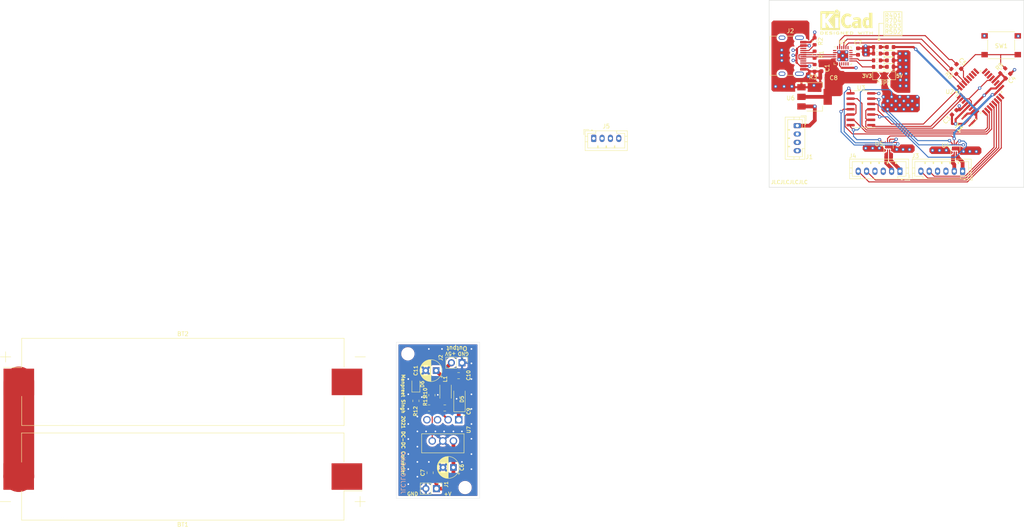
<source format=kicad_pcb>
(kicad_pcb (version 20171130) (host pcbnew "(5.1.10)-1")
  (layers (0 F.Cu signal) (1 In1.Cu signal hide) (2 In2.Cu signal hide) (31 B.Cu signal) (34 B.Paste user) (35 F.Paste user) (36 B.SilkS user) (37 F.SilkS user) (38 B.Mask user) (39 F.Mask user) (44 Edge.Cuts user))
  (net 0 "")
  (net 1 "Net-(C1-Pad1)")
  (net 2 GND)
  (net 3 "Net-(D2-Pad1)")
  (net 4 /Sheet60A23886/Output)
  (net 5 +5V)
  (net 6 +3V3)
  (net 7 VCC)
  (net 8 "Net-(C9-Pad1)")
  (net 9 /Sheet60A2E58A/DTR)
  (net 10 "Net-(D3-Pad1)")
  (net 11 "Net-(D4-Pad1)")
  (net 12 "Net-(D6-Pad1)")
  (net 13 "Net-(J2-PadB8)")
  (net 14 "Net-(J2-PadA5)")
  (net 15 /Sheet60A2E58A/USB_DN)
  (net 16 /Sheet60A2E58A/USB_DP)
  (net 17 "Net-(J2-PadA8)")
  (net 18 "Net-(J2-PadB5)")
  (net 19 "Net-(J2-PadS1)")
  (net 20 "Net-(R6-Pad1)")
  (net 21 /Sheet60A2E58A/IO0)
  (net 22 /Sheet60A2E58A/RXD)
  (net 23 "/Motor Driver/IN1")
  (net 24 /Sheet60A2E58A/IO1)
  (net 25 /Sheet60A2E58A/AD5_SCL)
  (net 26 /Sheet60A2E58A/AD4_SDA)
  (net 27 /Sheet60A2E58A/AD3)
  (net 28 /Sheet60A2E58A/AD2)
  (net 29 /Sheet60A2E58A/AD1)
  (net 30 /Sheet60A2E58A/AD0)
  (net 31 "Net-(U2-Pad22)")
  (net 32 "Net-(U2-Pad19)")
  (net 33 /Sheet60A2E58A/IO12_MISO)
  (net 34 "/Motor Driver/S4")
  (net 35 "/Motor Driver/S3")
  (net 36 "/Motor Driver/S2")
  (net 37 "/Motor Driver/S1")
  (net 38 "/Motor Driver/PWM_B")
  (net 39 "/Motor Driver/IN4")
  (net 40 "/Motor Driver/IN3")
  (net 41 "Net-(U2-Pad8)")
  (net 42 "Net-(U2-Pad7)")
  (net 43 "/Motor Driver/PWM_A")
  (net 44 "/Motor Driver/IN2")
  (net 45 "Net-(J2-PadB7)")
  (net 46 "Net-(BT1-Pad2)")
  (net 47 "/Motor Driver/-M1")
  (net 48 "/Motor Driver/+M1")
  (net 49 "/Motor Driver/-M2")
  (net 50 "/Motor Driver/+M2")
  (net 51 "/Motor Driver/OUT4")
  (net 52 "/Motor Driver/OUT3")
  (net 53 "/Motor Driver/OUT2")
  (net 54 "/Motor Driver/OUT1")
  (net 55 "/Motor Driver/EN")
  (net 56 +BATT)
  (net 57 "Net-(C2-Pad2)")
  (net 58 "Net-(C5-Pad2)")
  (net 59 "Net-(C9-Pad2)")
  (net 60 "Net-(D1-Pad1)")
  (net 61 "Net-(R5-Pad1)")
  (net 62 "Net-(R10-Pad2)")
  (net 63 "Net-(U1-Pad24)")
  (net 64 "Net-(U1-Pad22)")
  (net 65 "Net-(U1-Pad19)")
  (net 66 "Net-(U1-Pad18)")
  (net 67 "Net-(U1-Pad17)")
  (net 68 "Net-(U1-Pad15)")
  (net 69 "Net-(U1-Pad12)")
  (net 70 "Net-(U1-Pad11)")
  (net 71 "Net-(U1-Pad10)")
  (net 72 "Net-(U1-Pad9)")
  (net 73 "Net-(U1-Pad1)")
  (net 74 "Net-(U7-Pad7)")
  (module Capacitor_SMD:C_0603_1608Metric (layer F.Cu) (at 245.984392 39.279192 315)
    (fp_text reference C5 (at -0.176907 -1.454801 135) (layer F.SilkS))
    (fp_text value 0.1uF)
    (pad 2 smd roundrect (at 0.775 0 315) (size 0.9 0.95) (layers F.Cu F.Paste F.Mask) (net 58 "Net-(C5-Pad2)"))
    (pad 1 smd roundrect (at -0.775 0 315) (size 0.9 0.95) (layers F.Cu F.Paste F.Mask) (net 9 /Sheet60A2E58A/DTR))
  )
  (module Connector_JST:JST_PH_B4B-PH-K_1x04_P2.00mm_Vertical (layer F.Cu) (at 158.4706 56.515)
    (fp_text reference J5 (at 3 -2.9) (layer F.SilkS))
    (fp_text value Conn_01x04)
    (pad 4 thru_hole oval (at 6 0) (size 1.2 1.75) (drill 0.75) (layers *.Cu *.Mask) (net 2 GND))
    (pad 3 thru_hole oval (at 4 0) (size 1.2 1.75) (drill 0.75) (layers *.Cu *.Mask) (net 56 +BATT))
    (pad 2 thru_hole oval (at 2 0) (size 1.2 1.75) (drill 0.75) (layers *.Cu *.Mask) (net 2 GND))
    (pad 1 thru_hole roundrect (at 0 0) (size 1.2 1.75) (drill 0.75) (layers *.Cu *.Mask) (roundrect_rratio 0.208333) (net 5 +5V))
  )
  (module Connector_JST:JST_PH_B4B-PH-K_1x04_P2.00mm_Vertical (layer F.Cu) (at 207.264 53.467 270)
    (fp_text reference J1 (at 7.493 -2.8702 180) (layer F.SilkS))
    (fp_text value Conn_01x04)
    (pad 4 thru_hole oval (at 6 0 270) (size 1.2 1.75) (drill 0.75) (layers *.Cu *.Mask) (net 2 GND))
    (pad 3 thru_hole oval (at 4 0 270) (size 1.2 1.75) (drill 0.75) (layers *.Cu *.Mask) (net 56 +BATT))
    (pad 2 thru_hole oval (at 2 0 270) (size 1.2 1.75) (drill 0.75) (layers *.Cu *.Mask) (net 2 GND))
    (pad 1 thru_hole roundrect (at 0 0 270) (size 1.2 1.75) (drill 0.75) (layers *.Cu *.Mask) (roundrect_rratio 0.208333) (net 5 +5V))
  )
  (module Symbol:KiCad-Logo2_5mm_SilkScreen (layer F.Cu) (at 219.075 28.6258)
    (fp_text reference REF** hide)
    (fp_text value KiCad-Logo2_5mm_SilkScreen hide)
  )
  (module Capacitor_SMD:C_0603_1608Metric (layer F.Cu) (at 213.5378 41.9862 180)
    (fp_text reference C8 (at -2.4384 -0.0254) (layer F.SilkS))
    (fp_text value 10uF)
    (pad 2 smd roundrect (at 0.775 0 180) (size 0.9 0.95) (layers F.Cu F.Paste F.Mask) (net 2 GND))
    (pad 1 smd roundrect (at -0.775 0 180) (size 0.9 0.95) (layers F.Cu F.Paste F.Mask) (net 6 +3V3))
  )
  (module Package_SON:WSON-8-1EP_2x2mm_P0.5mm_EP0.9x1.6mm (layer F.Cu) (at 245.129 58.928 90)
    (fp_text reference U4 (at 0.6858 -2.2796 180) (layer F.SilkS))
    (fp_text value DRV8837C)
    (pad 6 smd rect (at 0.95 0.25 90) (size 0.5 0.25) (layers F.Cu F.Paste F.Mask) (net 54 "/Motor Driver/OUT1"))
    (pad 5 smd rect (at 0.95 0.75 90) (size 0.5 0.25) (layers F.Cu F.Paste F.Mask) (net 53 "/Motor Driver/OUT2"))
    (pad 4 smd rect (at -0.95 0.75 90) (size 0.5 0.25) (layers F.Cu F.Paste F.Mask) (net 2 GND))
    (pad 2 smd rect (at -0.95 -0.25 90) (size 0.5 0.25) (layers F.Cu F.Paste F.Mask) (net 48 "/Motor Driver/+M1"))
    (pad 1 smd rect (at -0.95 -0.75 90) (size 0.5 0.25) (layers F.Cu F.Paste F.Mask) (net 56 +BATT))
    (pad 9 smd rect (at 0 0 90) (size 0.9 1.6) (layers F.Cu F.Mask) (net 2 GND))
    (pad 8 smd rect (at 0.95 -0.75 90) (size 0.5 0.25) (layers F.Cu F.Paste F.Mask) (net 7 VCC))
    (pad 7 smd rect (at 0.95 -0.25 90) (size 0.5 0.25) (layers F.Cu F.Paste F.Mask) (net 55 "/Motor Driver/EN"))
    (pad 3 smd rect (at -0.95 0.25 90) (size 0.5 0.25) (layers F.Cu F.Paste F.Mask) (net 47 "/Motor Driver/-M1"))
  )
  (module Package_SON:WSON-8-1EP_2x2mm_P0.5mm_EP0.9x1.6mm (layer F.Cu) (at 229.1398 58.4454 90)
    (fp_text reference U5 (at 0.5842 -2.2924 180) (layer F.SilkS))
    (fp_text value DRV8837C)
    (pad 6 smd rect (at 0.95 0.25 90) (size 0.5 0.25) (layers F.Cu F.Paste F.Mask) (net 52 "/Motor Driver/OUT3"))
    (pad 5 smd rect (at 0.95 0.75 90) (size 0.5 0.25) (layers F.Cu F.Paste F.Mask) (net 51 "/Motor Driver/OUT4"))
    (pad 4 smd rect (at -0.95 0.75 90) (size 0.5 0.25) (layers F.Cu F.Paste F.Mask) (net 2 GND))
    (pad 2 smd rect (at -0.95 -0.25 90) (size 0.5 0.25) (layers F.Cu F.Paste F.Mask) (net 50 "/Motor Driver/+M2"))
    (pad 1 smd rect (at -0.95 -0.75 90) (size 0.5 0.25) (layers F.Cu F.Paste F.Mask) (net 56 +BATT))
    (pad 9 smd rect (at 0 0 90) (size 0.9 1.6) (layers F.Cu F.Mask) (net 2 GND))
    (pad 8 smd rect (at 0.95 -0.75 90) (size 0.5 0.25) (layers F.Cu F.Paste F.Mask) (net 7 VCC))
    (pad 7 smd rect (at 0.95 -0.25 90) (size 0.5 0.25) (layers F.Cu F.Paste F.Mask) (net 55 "/Motor Driver/EN"))
    (pad 3 smd rect (at -0.95 0.25 90) (size 0.5 0.25) (layers F.Cu F.Paste F.Mask) (net 49 "/Motor Driver/-M2"))
  )
  (module Package_SO:SOIC-14_3.9x8.7mm_P1.27mm (layer F.Cu) (at 222.504 49.53 180)
    (fp_text reference U3 (at -0.0508 5.1308) (layer F.SilkS))
    (fp_text value 74LS08)
    (pad 14 smd roundrect (at 2.475 -3.81 180) (size 1.95 0.6) (layers F.Cu F.Paste F.Mask) (net 7 VCC))
    (pad 13 smd roundrect (at 2.475 -2.54 180) (size 1.95 0.6) (layers F.Cu F.Paste F.Mask) (net 39 "/Motor Driver/IN4"))
    (pad 12 smd roundrect (at 2.475 -1.27 180) (size 1.95 0.6) (layers F.Cu F.Paste F.Mask) (net 38 "/Motor Driver/PWM_B"))
    (pad 11 smd roundrect (at 2.475 0 180) (size 1.95 0.6) (layers F.Cu F.Paste F.Mask) (net 51 "/Motor Driver/OUT4"))
    (pad 10 smd roundrect (at 2.475 1.27 180) (size 1.95 0.6) (layers F.Cu F.Paste F.Mask) (net 38 "/Motor Driver/PWM_B"))
    (pad 9 smd roundrect (at 2.475 2.54 180) (size 1.95 0.6) (layers F.Cu F.Paste F.Mask) (net 40 "/Motor Driver/IN3"))
    (pad 8 smd roundrect (at 2.475 3.81 180) (size 1.95 0.6) (layers F.Cu F.Paste F.Mask) (net 52 "/Motor Driver/OUT3"))
    (pad 7 smd roundrect (at -2.475 3.81 180) (size 1.95 0.6) (layers F.Cu F.Paste F.Mask) (net 2 GND))
    (pad 6 smd roundrect (at -2.475 2.54 180) (size 1.95 0.6) (layers F.Cu F.Paste F.Mask) (net 53 "/Motor Driver/OUT2"))
    (pad 5 smd roundrect (at -2.475 1.27 180) (size 1.95 0.6) (layers F.Cu F.Paste F.Mask) (net 23 "/Motor Driver/IN1"))
    (pad 4 smd roundrect (at -2.475 0 180) (size 1.95 0.6) (layers F.Cu F.Paste F.Mask) (net 43 "/Motor Driver/PWM_A"))
    (pad 3 smd roundrect (at -2.475 -1.27 180) (size 1.95 0.6) (layers F.Cu F.Paste F.Mask) (net 54 "/Motor Driver/OUT1"))
    (pad 2 smd roundrect (at -2.475 -2.54 180) (size 1.95 0.6) (layers F.Cu F.Paste F.Mask) (net 43 "/Motor Driver/PWM_A"))
    (pad 1 smd roundrect (at -2.475 -3.81 180) (size 1.95 0.6) (layers F.Cu F.Paste F.Mask) (net 44 "/Motor Driver/IN2"))
  )
  (module Connector_JST:JST_PH_B6B-PH-K_1x06_P2.00mm_Vertical (layer F.Cu) (at 231.87 64.389 180)
    (fp_text reference J4 (at 11.3218 3.6576) (layer F.SilkS))
    (fp_text value Conn_01x06)
    (pad 6 thru_hole oval (at 10 0 180) (size 1.2 1.75) (drill 0.75) (layers *.Cu *.Mask) (net 34 "/Motor Driver/S4"))
    (pad 5 thru_hole oval (at 8 0 180) (size 1.2 1.75) (drill 0.75) (layers *.Cu *.Mask) (net 35 "/Motor Driver/S3"))
    (pad 4 thru_hole oval (at 6 0 180) (size 1.2 1.75) (drill 0.75) (layers *.Cu *.Mask) (net 2 GND))
    (pad 3 thru_hole oval (at 4 0 180) (size 1.2 1.75) (drill 0.75) (layers *.Cu *.Mask) (net 5 +5V))
    (pad 2 thru_hole oval (at 2 0 180) (size 1.2 1.75) (drill 0.75) (layers *.Cu *.Mask) (net 50 "/Motor Driver/+M2"))
    (pad 1 thru_hole roundrect (at 0 0 180) (size 1.2 1.75) (drill 0.75) (layers *.Cu *.Mask) (roundrect_rratio 0.208333) (net 49 "/Motor Driver/-M2"))
  )
  (module Connector_JST:JST_PH_B6B-PH-K_1x06_P2.00mm_Vertical (layer F.Cu) (at 246.887 64.389 180)
    (fp_text reference J3 (at 11.302 3.683) (layer F.SilkS))
    (fp_text value Conn_01x06)
    (pad 6 thru_hole oval (at 10 0 180) (size 1.2 1.75) (drill 0.75) (layers *.Cu *.Mask) (net 36 "/Motor Driver/S2"))
    (pad 5 thru_hole oval (at 8 0 180) (size 1.2 1.75) (drill 0.75) (layers *.Cu *.Mask) (net 37 "/Motor Driver/S1"))
    (pad 4 thru_hole oval (at 6 0 180) (size 1.2 1.75) (drill 0.75) (layers *.Cu *.Mask) (net 2 GND))
    (pad 3 thru_hole oval (at 4 0 180) (size 1.2 1.75) (drill 0.75) (layers *.Cu *.Mask) (net 5 +5V))
    (pad 2 thru_hole oval (at 2 0 180) (size 1.2 1.75) (drill 0.75) (layers *.Cu *.Mask) (net 48 "/Motor Driver/+M1"))
    (pad 1 thru_hole roundrect (at 0 0 180) (size 1.2 1.75) (drill 0.75) (layers *.Cu *.Mask) (roundrect_rratio 0.208333) (net 47 "/Motor Driver/-M1"))
  )
  (module Battery:BatteryHolder_Keystone_1042_1x18650 (layer F.Cu) (at 59.9948 114.8842)
    (fp_text reference BT2 (at 0 -11.5) (layer F.SilkS))
    (fp_text value Battery_Cell)
    (pad "" np_thru_hole circle (at -35.93 -8) (size 2.39 2.39) (drill 2.39) (layers *.Cu *.Mask))
    (pad "" np_thru_hole circle (at -27.6 8) (size 3.45 3.45) (drill 3.45) (layers *.Cu *.Mask))
    (pad "" np_thru_hole circle (at 27.6 -8) (size 3.45 3.45) (drill 3.45) (layers *.Cu *.Mask))
    (pad 2 smd rect (at 39.33 0) (size 7.34 6.35) (layers F.Cu F.Paste F.Mask) (net 2 GND))
    (pad 1 smd rect (at -39.33 0) (size 7.34 6.35) (layers F.Cu F.Paste F.Mask) (net 46 "Net-(BT1-Pad2)"))
  )
  (module Battery:BatteryHolder_Keystone_1042_1x18650 (layer F.Cu) (at 59.9694 137.5664 180)
    (fp_text reference BT1 (at 0 -11.5) (layer F.SilkS))
    (fp_text value Battery_Cell)
    (pad "" np_thru_hole circle (at -35.93 -8 180) (size 2.39 2.39) (drill 2.39) (layers *.Cu *.Mask))
    (pad "" np_thru_hole circle (at -27.6 8 180) (size 3.45 3.45) (drill 3.45) (layers *.Cu *.Mask))
    (pad "" np_thru_hole circle (at 27.6 -8 180) (size 3.45 3.45) (drill 3.45) (layers *.Cu *.Mask))
    (pad 2 smd rect (at 39.33 0 180) (size 7.34 6.35) (layers F.Cu F.Paste F.Mask) (net 46 "Net-(BT1-Pad2)"))
    (pad 1 smd rect (at -39.33 0 180) (size 7.34 6.35) (layers F.Cu F.Paste F.Mask) (net 56 +BATT))
  )
  (module LED_SMD:LED_0603_1608Metric (layer F.Cu) (at 229.5398 36.195)
    (fp_text reference D4 (at 1.651 -7.874) (layer F.SilkS))
    (fp_text value GREEN)
    (pad 2 smd roundrect (at 0.7875 0) (size 0.875 0.95) (layers F.Cu F.Paste F.Mask) (net 5 +5V))
    (pad 1 smd roundrect (at -0.7875 0) (size 0.875 0.95) (layers F.Cu F.Paste F.Mask) (net 11 "Net-(D4-Pad1)"))
  )
  (module LED_SMD:LED_0603_1608Metric (layer F.Cu) (at 229.5398 34.6202)
    (fp_text reference D1 (at 1.651 -7.5692) (layer F.SilkS))
    (fp_text value YELLOW)
    (pad 2 smd roundrect (at 0.7875 0) (size 0.875 0.95) (layers F.Cu F.Paste F.Mask) (net 55 "/Motor Driver/EN"))
    (pad 1 smd roundrect (at -0.7875 0) (size 0.875 0.95) (layers F.Cu F.Paste F.Mask) (net 60 "Net-(D1-Pad1)"))
  )
  (module LED_SMD:LED_0603_1608Metric (layer F.Cu) (at 229.5398 37.8206)
    (fp_text reference D3 (at 1.651 -8.1788) (layer F.SilkS))
    (fp_text value RED)
    (pad 2 smd roundrect (at 0.7875 0) (size 0.875 0.95) (layers F.Cu F.Paste F.Mask) (net 5 +5V))
    (pad 1 smd roundrect (at -0.7875 0) (size 0.875 0.95) (layers F.Cu F.Paste F.Mask) (net 10 "Net-(D3-Pad1)"))
  )
  (module LED_SMD:LED_0603_1608Metric (layer F.Cu) (at 229.5398 39.37)
    (fp_text reference D2 (at 1.651 -8.4074) (layer F.SilkS))
    (fp_text value RED)
    (pad 2 smd roundrect (at 0.7875 0) (size 0.875 0.95) (layers F.Cu F.Paste F.Mask) (net 5 +5V))
    (pad 1 smd roundrect (at -0.7875 0) (size 0.875 0.95) (layers F.Cu F.Paste F.Mask) (net 3 "Net-(D2-Pad1)"))
  )
  (module Resistor_SMD:R_0603_1608Metric (layer F.Cu) (at 211.4042 36.449 90)
    (fp_text reference R1 (at 0 1.6256 90) (layer F.SilkS))
    (fp_text value 0)
    (pad 2 smd roundrect (at 0.825 0 90) (size 0.8 0.95) (layers F.Cu F.Paste F.Mask) (net 45 "Net-(J2-PadB7)"))
    (pad 1 smd roundrect (at -0.825 0 90) (size 0.8 0.95) (layers F.Cu F.Paste F.Mask) (net 15 /Sheet60A2E58A/USB_DN))
  )
  (module Button_Switch_SMD:SW_Push_1P1T_NO_6x6mm_H9.5mm (layer F.Cu) (at 256.1336 34.1884 180)
    (fp_text reference SW1 (at -0.0254 -0.1778) (layer F.SilkS))
    (fp_text value SW_SPST)
    (pad 2 smd rect (at 3.975 2.25 180) (size 1.55 1.3) (layers F.Cu F.Paste F.Mask) (net 2 GND))
    (pad 1 smd rect (at 3.975 -2.25 180) (size 1.55 1.3) (layers F.Cu F.Paste F.Mask) (net 58 "Net-(C5-Pad2)"))
    (pad 1 smd rect (at -3.975 -2.25 180) (size 1.55 1.3) (layers F.Cu F.Paste F.Mask) (net 58 "Net-(C5-Pad2)"))
    (pad 2 smd rect (at -3.975 2.25 180) (size 1.55 1.3) (layers F.Cu F.Paste F.Mask) (net 2 GND))
  )
  (module SamacSys_Parts:CSTNE16M0V530000R0 (layer F.Cu) (at 248.494249 51.805208 135)
    (fp_text reference Y1 (at 0.266054 -3.262761 135) (layer F.SilkS) (effects (font (size 1.27 1.27) (thickness 0.254))))
    (fp_text value CSTNE16M0V53-R0 hide)
    (pad 3 smd rect (at 1.2 -0.425 135) (size 0.4 1.9) (layers F.Cu F.Paste F.Mask) (net 42 "Net-(U2-Pad7)"))
    (pad 2 smd rect (at 0 -0.425 135) (size 0.4 1.9) (layers F.Cu F.Paste F.Mask) (net 2 GND))
    (pad 1 smd rect (at -1.2 -0.425 135) (size 0.4 1.9) (layers F.Cu F.Paste F.Mask) (net 41 "Net-(U2-Pad8)"))
  )
  (module Package_TO_SOT_SMD:SOT-223-3_TabPin2 (layer F.Cu) (at 211.4042 46.5582)
    (fp_text reference U6 (at -5.7404 0.3048) (layer F.SilkS))
    (fp_text value AMS1117-3.3)
    (pad 1 smd rect (at -3.15 -2.3) (size 2 1.5) (layers F.Cu F.Paste F.Mask) (net 2 GND))
    (pad 3 smd rect (at -3.15 2.3) (size 2 1.5) (layers F.Cu F.Paste F.Mask) (net 5 +5V))
    (pad 2 smd rect (at -3.15 0) (size 2 1.5) (layers F.Cu F.Paste F.Mask) (net 6 +3V3))
    (pad 2 smd rect (at 3.15 0) (size 2 3.8) (layers F.Cu F.Paste F.Mask) (net 6 +3V3))
  )
  (module Package_DFN_QFN:QFN-24-1EP_4x4mm_P0.5mm_EP2.6x2.6mm (layer F.Cu) (at 218.1606 36.703)
    (fp_text reference U1 (at 0 -3.3) (layer F.SilkS))
    (fp_text value CP2104)
    (pad 25 smd rect (at 0 0) (size 2.6 2.6) (layers F.Cu F.Mask) (net 2 GND))
    (pad 24 smd roundrect (at -1.25 -1.9375) (size 0.25 0.825) (layers F.Cu F.Paste F.Mask) (net 63 "Net-(U1-Pad24)"))
    (pad 23 smd roundrect (at -0.75 -1.9375) (size 0.25 0.825) (layers F.Cu F.Paste F.Mask) (net 9 /Sheet60A2E58A/DTR))
    (pad 22 smd roundrect (at -0.25 -1.9375) (size 0.25 0.825) (layers F.Cu F.Paste F.Mask) (net 64 "Net-(U1-Pad22)"))
    (pad 21 smd roundrect (at 0.25 -1.9375) (size 0.25 0.825) (layers F.Cu F.Paste F.Mask) (net 22 /Sheet60A2E58A/RXD))
    (pad 20 smd roundrect (at 0.75 -1.9375) (size 0.25 0.825) (layers F.Cu F.Paste F.Mask) (net 24 /Sheet60A2E58A/IO1))
    (pad 19 smd roundrect (at 1.25 -1.9375) (size 0.25 0.825) (layers F.Cu F.Paste F.Mask) (net 65 "Net-(U1-Pad19)"))
    (pad 18 smd roundrect (at 1.9375 -1.25) (size 0.825 0.25) (layers F.Cu F.Paste F.Mask) (net 66 "Net-(U1-Pad18)"))
    (pad 17 smd roundrect (at 1.9375 -0.75) (size 0.825 0.25) (layers F.Cu F.Paste F.Mask) (net 67 "Net-(U1-Pad17)"))
    (pad 16 smd roundrect (at 1.9375 -0.25) (size 0.825 0.25) (layers F.Cu F.Paste F.Mask) (net 57 "Net-(C2-Pad2)"))
    (pad 15 smd roundrect (at 1.9375 0.25) (size 0.825 0.25) (layers F.Cu F.Paste F.Mask) (net 68 "Net-(U1-Pad15)"))
    (pad 14 smd roundrect (at 1.9375 0.75) (size 0.825 0.25) (layers F.Cu F.Paste F.Mask) (net 20 "Net-(R6-Pad1)"))
    (pad 13 smd roundrect (at 1.9375 1.25) (size 0.825 0.25) (layers F.Cu F.Paste F.Mask) (net 61 "Net-(R5-Pad1)"))
    (pad 12 smd roundrect (at 1.25 1.9375) (size 0.25 0.825) (layers F.Cu F.Paste F.Mask) (net 69 "Net-(U1-Pad12)"))
    (pad 11 smd roundrect (at 0.75 1.9375) (size 0.25 0.825) (layers F.Cu F.Paste F.Mask) (net 70 "Net-(U1-Pad11)"))
    (pad 10 smd roundrect (at 0.25 1.9375) (size 0.25 0.825) (layers F.Cu F.Paste F.Mask) (net 71 "Net-(U1-Pad10)"))
    (pad 9 smd roundrect (at -0.25 1.9375) (size 0.25 0.825) (layers F.Cu F.Paste F.Mask) (net 72 "Net-(U1-Pad9)"))
    (pad 8 smd roundrect (at -0.75 1.9375) (size 0.25 0.825) (layers F.Cu F.Paste F.Mask) (net 5 +5V))
    (pad 7 smd roundrect (at -1.25 1.9375) (size 0.25 0.825) (layers F.Cu F.Paste F.Mask) (net 6 +3V3))
    (pad 6 smd roundrect (at -1.9375 1.25) (size 0.825 0.25) (layers F.Cu F.Paste F.Mask) (net 6 +3V3))
    (pad 5 smd roundrect (at -1.9375 0.75) (size 0.825 0.25) (layers F.Cu F.Paste F.Mask) (net 6 +3V3))
    (pad 4 smd roundrect (at -1.9375 0.25) (size 0.825 0.25) (layers F.Cu F.Paste F.Mask) (net 15 /Sheet60A2E58A/USB_DN))
    (pad 3 smd roundrect (at -1.9375 -0.25) (size 0.825 0.25) (layers F.Cu F.Paste F.Mask) (net 16 /Sheet60A2E58A/USB_DP))
    (pad 2 smd roundrect (at -1.9375 -0.75) (size 0.825 0.25) (layers F.Cu F.Paste F.Mask) (net 2 GND))
    (pad 1 smd roundrect (at -1.9375 -1.25) (size 0.825 0.25) (layers F.Cu F.Paste F.Mask) (net 73 "Net-(U1-Pad1)"))
  )
  (module Package_QFP:TQFP-32_7x7mm_P0.8mm (layer F.Cu) (at 251.1806 45.3898 45)
    (fp_text reference U2 (at -5.172628 -5.24447) (layer F.SilkS))
    (fp_text value ATmega328P-AU)
    (pad 32 smd rect (at -2.8 -4.25 135) (size 1.6 0.55) (layers F.Cu F.Paste F.Mask) (net 23 "/Motor Driver/IN1"))
    (pad 31 smd rect (at -2 -4.25 135) (size 1.6 0.55) (layers F.Cu F.Paste F.Mask) (net 24 /Sheet60A2E58A/IO1))
    (pad 30 smd rect (at -1.2 -4.25 135) (size 1.6 0.55) (layers F.Cu F.Paste F.Mask) (net 21 /Sheet60A2E58A/IO0))
    (pad 29 smd rect (at -0.4 -4.25 135) (size 1.6 0.55) (layers F.Cu F.Paste F.Mask) (net 58 "Net-(C5-Pad2)"))
    (pad 28 smd rect (at 0.4 -4.25 135) (size 1.6 0.55) (layers F.Cu F.Paste F.Mask) (net 25 /Sheet60A2E58A/AD5_SCL))
    (pad 27 smd rect (at 1.2 -4.25 135) (size 1.6 0.55) (layers F.Cu F.Paste F.Mask) (net 26 /Sheet60A2E58A/AD4_SDA))
    (pad 26 smd rect (at 2 -4.25 135) (size 1.6 0.55) (layers F.Cu F.Paste F.Mask) (net 27 /Sheet60A2E58A/AD3))
    (pad 25 smd rect (at 2.8 -4.25 135) (size 1.6 0.55) (layers F.Cu F.Paste F.Mask) (net 28 /Sheet60A2E58A/AD2))
    (pad 24 smd rect (at 4.25 -2.8 45) (size 1.6 0.55) (layers F.Cu F.Paste F.Mask) (net 29 /Sheet60A2E58A/AD1))
    (pad 23 smd rect (at 4.25 -2 45) (size 1.6 0.55) (layers F.Cu F.Paste F.Mask) (net 30 /Sheet60A2E58A/AD0))
    (pad 22 smd rect (at 4.25 -1.2 45) (size 1.6 0.55) (layers F.Cu F.Paste F.Mask) (net 31 "Net-(U2-Pad22)"))
    (pad 21 smd rect (at 4.25 -0.4 45) (size 1.6 0.55) (layers F.Cu F.Paste F.Mask) (net 2 GND))
    (pad 20 smd rect (at 4.25 0.4 45) (size 1.6 0.55) (layers F.Cu F.Paste F.Mask) (net 7 VCC))
    (pad 19 smd rect (at 4.25 1.2 45) (size 1.6 0.55) (layers F.Cu F.Paste F.Mask) (net 32 "Net-(U2-Pad19)"))
    (pad 18 smd rect (at 4.25 2 45) (size 1.6 0.55) (layers F.Cu F.Paste F.Mask) (net 7 VCC))
    (pad 17 smd rect (at 4.25 2.8 45) (size 1.6 0.55) (layers F.Cu F.Paste F.Mask) (net 55 "/Motor Driver/EN"))
    (pad 16 smd rect (at 2.8 4.25 135) (size 1.6 0.55) (layers F.Cu F.Paste F.Mask) (net 33 /Sheet60A2E58A/IO12_MISO))
    (pad 15 smd rect (at 2 4.25 135) (size 1.6 0.55) (layers F.Cu F.Paste F.Mask) (net 34 "/Motor Driver/S4"))
    (pad 14 smd rect (at 1.2 4.25 135) (size 1.6 0.55) (layers F.Cu F.Paste F.Mask) (net 35 "/Motor Driver/S3"))
    (pad 13 smd rect (at 0.4 4.25 135) (size 1.6 0.55) (layers F.Cu F.Paste F.Mask) (net 36 "/Motor Driver/S2"))
    (pad 12 smd rect (at -0.4 4.25 135) (size 1.6 0.55) (layers F.Cu F.Paste F.Mask) (net 37 "/Motor Driver/S1"))
    (pad 11 smd rect (at -1.2 4.25 135) (size 1.6 0.55) (layers F.Cu F.Paste F.Mask) (net 38 "/Motor Driver/PWM_B"))
    (pad 10 smd rect (at -2 4.25 135) (size 1.6 0.55) (layers F.Cu F.Paste F.Mask) (net 39 "/Motor Driver/IN4"))
    (pad 9 smd rect (at -2.8 4.25 135) (size 1.6 0.55) (layers F.Cu F.Paste F.Mask) (net 40 "/Motor Driver/IN3"))
    (pad 8 smd rect (at -4.25 2.8 45) (size 1.6 0.55) (layers F.Cu F.Paste F.Mask) (net 41 "Net-(U2-Pad8)"))
    (pad 7 smd rect (at -4.25 2 45) (size 1.6 0.55) (layers F.Cu F.Paste F.Mask) (net 42 "Net-(U2-Pad7)"))
    (pad 6 smd rect (at -4.25 1.2 45) (size 1.6 0.55) (layers F.Cu F.Paste F.Mask) (net 7 VCC))
    (pad 5 smd rect (at -4.25 0.4 45) (size 1.6 0.55) (layers F.Cu F.Paste F.Mask) (net 2 GND))
    (pad 4 smd rect (at -4.25 -0.4 45) (size 1.6 0.55) (layers F.Cu F.Paste F.Mask) (net 7 VCC))
    (pad 3 smd rect (at -4.25 -1.2 45) (size 1.6 0.55) (layers F.Cu F.Paste F.Mask) (net 2 GND))
    (pad 2 smd rect (at -4.25 -2 45) (size 1.6 0.55) (layers F.Cu F.Paste F.Mask) (net 43 "/Motor Driver/PWM_A"))
    (pad 1 smd rect (at -4.25 -2.8 45) (size 1.6 0.55) (layers F.Cu F.Paste F.Mask) (net 44 "/Motor Driver/IN2"))
  )
  (module Resistor_SMD:R_0603_1608Metric (layer F.Cu) (at 256.5146 40.3098 225)
    (fp_text reference R9 (at -0.125724 1.275196 45) (layer F.SilkS))
    (fp_text value 10K)
    (pad 2 smd roundrect (at 0.825 0 225) (size 0.8 0.95) (layers F.Cu F.Paste F.Mask) (net 7 VCC))
    (pad 1 smd roundrect (at -0.825 0 225) (size 0.8 0.95) (layers F.Cu F.Paste F.Mask) (net 58 "Net-(C5-Pad2)"))
  )
  (module Resistor_SMD:R_0603_1608Metric (layer F.Cu) (at 244.778963 40.461363 315)
    (fp_text reference R8 (at -0.196382 1.490723 135) (layer F.SilkS))
    (fp_text value 1K)
    (pad 2 smd roundrect (at 0.825 0 315) (size 0.8 0.95) (layers F.Cu F.Paste F.Mask) (net 21 /Sheet60A2E58A/IO0))
    (pad 1 smd roundrect (at -0.825 0 315) (size 0.8 0.95) (layers F.Cu F.Paste F.Mask) (net 22 /Sheet60A2E58A/RXD))
  )
  (module Resistor_SMD:R_0603_1608Metric (layer F.Cu) (at 226.3526 36.195 180)
    (fp_text reference R7 (at -2.857 7.874) (layer F.SilkS))
    (fp_text value R)
    (pad 2 smd roundrect (at 0.825 0 180) (size 0.8 0.95) (layers F.Cu F.Paste F.Mask) (net 2 GND))
    (pad 1 smd roundrect (at -0.825 0 180) (size 0.8 0.95) (layers F.Cu F.Paste F.Mask) (net 11 "Net-(D4-Pad1)"))
  )
  (module Resistor_SMD:R_0603_1608Metric (layer F.Cu) (at 226.3516 34.6202 180)
    (fp_text reference R4 (at -2.858 7.5692) (layer F.SilkS))
    (fp_text value R)
    (pad 2 smd roundrect (at 0.825 0 180) (size 0.8 0.95) (layers F.Cu F.Paste F.Mask) (net 2 GND))
    (pad 1 smd roundrect (at -0.825 0 180) (size 0.8 0.95) (layers F.Cu F.Paste F.Mask) (net 60 "Net-(D1-Pad1)"))
  )
  (module Resistor_SMD:R_0603_1608Metric (layer F.Cu) (at 226.3648 37.8206)
    (fp_text reference R6 (at 2.8448 -8.1788) (layer F.SilkS))
    (fp_text value 1K)
    (pad 2 smd roundrect (at 0.825 0) (size 0.8 0.95) (layers F.Cu F.Paste F.Mask) (net 10 "Net-(D3-Pad1)"))
    (pad 1 smd roundrect (at -0.825 0) (size 0.8 0.95) (layers F.Cu F.Paste F.Mask) (net 20 "Net-(R6-Pad1)"))
  )
  (module Resistor_SMD:R_0603_1608Metric (layer F.Cu) (at 226.3648 39.37)
    (fp_text reference R5 (at 2.8448 -8.4074) (layer F.SilkS))
    (fp_text value 1K)
    (pad 2 smd roundrect (at 0.825 0) (size 0.8 0.95) (layers F.Cu F.Paste F.Mask) (net 3 "Net-(D2-Pad1)"))
    (pad 1 smd roundrect (at -0.825 0) (size 0.8 0.95) (layers F.Cu F.Paste F.Mask) (net 61 "Net-(R5-Pad1)"))
  )
  (module Resistor_SMD:R_0603_1608Metric (layer F.Cu) (at 211.4042 39.6362 90)
    (fp_text reference R3 (at -2.1976 -0.381 180) (layer F.SilkS))
    (fp_text value 5.11K)
    (pad 2 smd roundrect (at 0.825 0 90) (size 0.8 0.95) (layers F.Cu F.Paste F.Mask) (net 18 "Net-(J2-PadB5)"))
    (pad 1 smd roundrect (at -0.825 0 90) (size 0.8 0.95) (layers F.Cu F.Paste F.Mask) (net 2 GND))
  )
  (module Resistor_SMD:R_0603_1608Metric (layer F.Cu) (at 211.4042 33.2486 270)
    (fp_text reference R2 (at 0 -1.43 90) (layer F.SilkS))
    (fp_text value 5.11K)
    (pad 2 smd roundrect (at 0.825 0 270) (size 0.8 0.95) (layers F.Cu F.Paste F.Mask) (net 14 "Net-(J2-PadA5)"))
    (pad 1 smd roundrect (at -0.825 0 270) (size 0.8 0.95) (layers F.Cu F.Paste F.Mask) (net 2 GND))
  )
  (module Jumper:SolderJumper-3_P2.0mm_Open_TrianglePad1.0x1.5mm (layer F.Cu) (at 228.0666 41.5036)
    (fp_text reference JP1 (at 0.3048 1.7526) (layer F.SilkS))
    (fp_text value SolderJumper_3_Open)
    (pad 3 smd custom (at 2 0 180) (size 0.3 0.3) (layers F.Cu F.Mask) (net 5 +5V) (options (clearance outline) (anchor rect)) (primitives (gr_poly (pts (xy -0.5 -0.75) (xy 0.5 -0.75) (xy 1 0) (xy 0.5 0.75) (xy -0.5 0.75)) (width 0))))
    (pad 2 smd custom (at 0 0) (size 0.3 0.3) (layers F.Cu) (net 7 VCC) (options (clearance outline) (anchor rect)) (primitives (gr_poly (pts (xy -1.2 -0.75) (xy 1.2 -0.75) (xy 0.7 0) (xy 1.2 0.75) (xy -1.2 0.75) (xy -0.7 0)) (width 0))))
    (pad 1 smd custom (at -2 0) (size 0.3 0.3) (layers F.Cu F.Mask) (net 6 +3V3) (options (clearance outline) (anchor rect)) (primitives (gr_poly (pts (xy -0.5 -0.75) (xy 0.5 -0.75) (xy 1 0) (xy 0.5 0.75) (xy -0.5 0.75)) (width 0))))
  )
  (module Connector_USB:USB_C_Receptacle_HRO_TYPE-C-31-M-12 (layer F.Cu) (at 204.6478 36.703 270)
    (fp_text reference J2 (at -5.9436 -0.9652 180) (layer F.SilkS))
    (fp_text value USB_C_Receptacle_USB2.0)
    (pad B1 smd rect (at 3.25 -4.045 270) (size 0.6 1.45) (layers F.Cu F.Paste F.Mask) (net 2 GND))
    (pad A9 smd rect (at 2.45 -4.045 270) (size 0.6 1.45) (layers F.Cu F.Paste F.Mask) (net 5 +5V))
    (pad B9 smd rect (at -2.45 -4.045 270) (size 0.6 1.45) (layers F.Cu F.Paste F.Mask) (net 5 +5V))
    (pad B12 smd rect (at -3.25 -4.045 270) (size 0.6 1.45) (layers F.Cu F.Paste F.Mask) (net 2 GND))
    (pad A1 smd rect (at -3.25 -4.045 270) (size 0.6 1.45) (layers F.Cu F.Paste F.Mask) (net 2 GND))
    (pad A4 smd rect (at -2.45 -4.045 270) (size 0.6 1.45) (layers F.Cu F.Paste F.Mask) (net 5 +5V))
    (pad B4 smd rect (at 2.45 -4.045 270) (size 0.6 1.45) (layers F.Cu F.Paste F.Mask) (net 5 +5V))
    (pad A12 smd rect (at 3.25 -4.045 270) (size 0.6 1.45) (layers F.Cu F.Paste F.Mask) (net 2 GND))
    (pad B8 smd rect (at -1.75 -4.045 270) (size 0.3 1.45) (layers F.Cu F.Paste F.Mask) (net 13 "Net-(J2-PadB8)"))
    (pad A5 smd rect (at -1.25 -4.045 270) (size 0.3 1.45) (layers F.Cu F.Paste F.Mask) (net 14 "Net-(J2-PadA5)"))
    (pad B7 smd rect (at -0.75 -4.045 270) (size 0.3 1.45) (layers F.Cu F.Paste F.Mask) (net 45 "Net-(J2-PadB7)"))
    (pad A7 smd rect (at 0.25 -4.045 270) (size 0.3 1.45) (layers F.Cu F.Paste F.Mask) (net 15 /Sheet60A2E58A/USB_DN))
    (pad B6 smd rect (at 0.75 -4.045 270) (size 0.3 1.45) (layers F.Cu F.Paste F.Mask) (net 16 /Sheet60A2E58A/USB_DP))
    (pad A8 smd rect (at 1.25 -4.045 270) (size 0.3 1.45) (layers F.Cu F.Paste F.Mask) (net 17 "Net-(J2-PadA8)"))
    (pad B5 smd rect (at 1.75 -4.045 270) (size 0.3 1.45) (layers F.Cu F.Paste F.Mask) (net 18 "Net-(J2-PadB5)"))
    (pad A6 smd rect (at -0.25 -4.045 270) (size 0.3 1.45) (layers F.Cu F.Paste F.Mask) (net 16 /Sheet60A2E58A/USB_DP))
    (pad S1 thru_hole oval (at 4.32 -3.13 270) (size 1 2.1) (drill oval 0.6 1.7) (layers *.Cu *.Mask) (net 19 "Net-(J2-PadS1)"))
    (pad S1 thru_hole oval (at -4.32 -3.13 270) (size 1 2.1) (drill oval 0.6 1.7) (layers *.Cu *.Mask) (net 19 "Net-(J2-PadS1)"))
    (pad "" np_thru_hole circle (at -2.89 -2.6 270) (size 0.65 0.65) (drill 0.65) (layers *.Cu *.Mask))
    (pad S1 thru_hole oval (at -4.32 1.05 270) (size 1 1.6) (drill oval 0.6 1.2) (layers *.Cu *.Mask) (net 19 "Net-(J2-PadS1)"))
    (pad "" np_thru_hole circle (at 2.89 -2.6 270) (size 0.65 0.65) (drill 0.65) (layers *.Cu *.Mask))
    (pad S1 thru_hole oval (at 4.32 1.05 270) (size 1 1.6) (drill oval 0.6 1.2) (layers *.Cu *.Mask) (net 19 "Net-(J2-PadS1)"))
  )
  (module Capacitor_SMD:C_0603_1608Metric (layer F.Cu) (at 257.7592 41.5798 225)
    (fp_text reference C4 (at -0.053882 -1.311117 45) (layer F.SilkS))
    (fp_text value 0.1uF)
    (pad 2 smd roundrect (at 0.775 0 225) (size 0.9 0.95) (layers F.Cu F.Paste F.Mask) (net 7 VCC))
    (pad 1 smd roundrect (at -0.775 0 225) (size 0.9 0.95) (layers F.Cu F.Paste F.Mask) (net 2 GND))
  )
  (module Capacitor_SMD:C_0603_1608Metric (layer F.Cu) (at 244.8814 50.292 45)
    (fp_text reference C3 (at -2.550393 0.035921 45) (layer F.SilkS))
    (fp_text value 0.1uF)
    (pad 2 smd roundrect (at 0.775 0 45) (size 0.9 0.95) (layers F.Cu F.Paste F.Mask) (net 7 VCC))
    (pad 1 smd roundrect (at -0.775 0 45) (size 0.9 0.95) (layers F.Cu F.Paste F.Mask) (net 2 GND))
  )
  (module Capacitor_SMD:C_0603_1608Metric (layer F.Cu) (at 213.0298 39.637 90)
    (fp_text reference C1 (at -0.0124 1.397 90) (layer F.SilkS))
    (fp_text value 0.1uF)
    (pad 2 smd roundrect (at 0.775 0 90) (size 0.9 0.95) (layers F.Cu F.Paste F.Mask) (net 6 +3V3))
    (pad 1 smd roundrect (at -0.775 0 90) (size 0.9 0.95) (layers F.Cu F.Paste F.Mask) (net 2 GND))
  )
  (module Capacitor_SMD:C_0603_1608Metric (layer F.Cu) (at 221.8182 35.7 270)
    (fp_text reference C2 (at -2.1466 0 180) (layer F.SilkS))
    (fp_text value 10uF)
    (pad 2 smd roundrect (at 0.775 0 270) (size 0.9 0.95) (layers F.Cu F.Paste F.Mask) (net 57 "Net-(C2-Pad2)"))
    (pad 1 smd roundrect (at -0.775 0 270) (size 0.9 0.95) (layers F.Cu F.Paste F.Mask) (net 2 GND))
  )
  (module Diode_SMD:D_SOD-128 (layer F.Cu) (at 126.2888 118.9482 90)
    (fp_text reference D5 (at -0.0762 0.5842 90) (layer F.SilkS) (effects (font (size 0.85 0.85) (thickness 0.17))))
    (fp_text value D_Schottky)
    (pad 2 smd rect (at 2.2 0 90) (size 1.4 2.1) (layers F.Cu F.Paste F.Mask) (net 2 GND))
    (pad 1 smd rect (at -2.2 0 90) (size 1.4 2.1) (layers F.Cu F.Paste F.Mask) (net 8 "Net-(C9-Pad1)"))
  )
  (module Inductor_SMD:L_TDK_NLV32_3.2x2.5mm (layer F.Cu) (at 122.9614 117.221 90)
    (fp_text reference L1 (at 3.0226 -0.1016 90) (layer F.SilkS) (effects (font (size 0.85 0.85) (thickness 0.17))))
    (fp_text value "22 uH")
    (pad 1 smd rect (at -1.6 0 90) (size 1.2 2) (layers F.Cu F.Paste F.Mask) (net 8 "Net-(C9-Pad1)"))
    (pad 2 smd rect (at 1.6 0 90) (size 1.2 2) (layers F.Cu F.Paste F.Mask) (net 5 +5V))
  )
  (module MountingHole:MountingHole_2.2mm_M2_DIN965 (layer F.Cu) (at 113.919 108.1532 180)
    (fp_text reference REF** hide)
    (fp_text value MountingHole_2.2mm_M2_DIN965)
    (pad 1 np_thru_hole circle (at 0 0 180) (size 2.2 2.2) (drill 2.2) (layers *.Cu *.Mask))
  )
  (module MountingHole:MountingHole_2.2mm_M2_DIN965 (layer F.Cu) (at 127.635 140.208 180)
    (fp_text reference REF** hide)
    (fp_text value MountingHole_2.2mm_M2_DIN965)
    (pad 1 np_thru_hole circle (at 0 0 180) (size 2.2 2.2) (drill 2.2) (layers *.Cu *.Mask))
  )
  (module Capacitor_THT:CP_Radial_D5.0mm_P2.50mm (layer F.Cu) (at 124.841 135.382 180)
    (fp_text reference C6 (at -2.032 0 270) (layer F.SilkS) (effects (font (size 0.85 0.85) (thickness 0.17))))
    (fp_text value 220uF)
    (pad 1 thru_hole rect (at 0 0 180) (size 1.6 1.6) (drill 0.8) (layers *.Cu *.Mask) (net 56 +BATT))
    (pad 2 thru_hole circle (at 2.5 0 180) (size 1.6 1.6) (drill 0.8) (layers *.Cu *.Mask) (net 2 GND))
  )
  (module Capacitor_SMD:C_0805_2012Metric (layer F.Cu) (at 119.253 136.652 90)
    (fp_text reference C7 (at 0 -1.778 90) (layer F.SilkS) (effects (font (size 0.85 0.85) (thickness 0.17))))
    (fp_text value 10uF)
    (pad 1 smd roundrect (at -0.95 0 90) (size 1 1.45) (layers F.Cu F.Paste F.Mask) (net 56 +BATT))
    (pad 2 smd roundrect (at 0.95 0 90) (size 1 1.45) (layers F.Cu F.Paste F.Mask) (net 2 GND))
  )
  (module Capacitor_SMD:C_0805_2012Metric (layer F.Cu) (at 122.7734 121.1326 180)
    (fp_text reference C9 (at -5.7252 -0.7874 90) (layer F.SilkS) (effects (font (size 0.85 0.85) (thickness 0.17))))
    (fp_text value 10uF)
    (pad 2 smd roundrect (at 0.95 0 180) (size 1 1.45) (layers F.Cu F.Paste F.Mask) (net 59 "Net-(C9-Pad2)"))
    (pad 1 smd roundrect (at -0.95 0 180) (size 1 1.45) (layers F.Cu F.Paste F.Mask) (net 8 "Net-(C9-Pad1)"))
  )
  (module Capacitor_SMD:C_0805_2012Metric (layer F.Cu) (at 126.0856 113.3856)
    (fp_text reference C10 (at 2.3622 -0.0762 90) (layer F.SilkS) (effects (font (size 0.85 0.85) (thickness 0.17))))
    (fp_text value 10uF)
    (pad 2 smd roundrect (at 0.95 0) (size 1 1.45) (layers F.Cu F.Paste F.Mask) (net 2 GND))
    (pad 1 smd roundrect (at -0.95 0) (size 1 1.45) (layers F.Cu F.Paste F.Mask) (net 5 +5V))
  )
  (module Capacitor_THT:CP_Radial_D5.0mm_P2.50mm (layer F.Cu) (at 120.7008 112.1664 180)
    (fp_text reference C11 (at 4.9022 0 270) (layer F.SilkS) (effects (font (size 0.85 0.85) (thickness 0.17))))
    (fp_text value 1000uF)
    (pad 2 thru_hole circle (at 2.5 0 180) (size 1.6 1.6) (drill 0.8) (layers *.Cu *.Mask) (net 2 GND))
    (pad 1 thru_hole rect (at 0 0 180) (size 1.6 1.6) (drill 0.8) (layers *.Cu *.Mask) (net 5 +5V))
  )
  (module Connector_PinHeader_2.54mm:PinHeader_1x02_P2.54mm_Vertical (layer F.Cu) (at 120.777 140.462 270)
    (fp_text reference J1 (at -1.016 -2.33 90) (layer F.SilkS) (effects (font (size 0.85 0.85) (thickness 0.17))))
    (fp_text value Conn_01x02_Male)
    (pad 1 thru_hole rect (at 0 0 270) (size 1.7 1.7) (drill 1) (layers *.Cu *.Mask) (net 1 "Net-(C1-Pad1)"))
    (pad 2 thru_hole oval (at 0 2.54 270) (size 1.7 1.7) (drill 1) (layers *.Cu *.Mask) (net 2 GND))
  )
  (module Connector_PinHeader_2.54mm:PinHeader_1x02_P2.54mm_Vertical (layer F.Cu) (at 126.8984 110.2868 270)
    (fp_text reference J2 (at -1.1938 5.1054 90) (layer F.SilkS) (effects (font (size 0.85 0.85) (thickness 0.17))))
    (fp_text value Conn_01x02_Male)
    (pad 2 thru_hole oval (at 0 2.54 270) (size 1.7 1.7) (drill 1) (layers *.Cu *.Mask) (net 4 /Sheet60A23886/Output))
    (pad 1 thru_hole rect (at 0 0 270) (size 1.7 1.7) (drill 1) (layers *.Cu *.Mask) (net 2 GND))
  )
  (module Resistor_SMD:R_0805_2012Metric (layer F.Cu) (at 119.6848 118.0592 270)
    (fp_text reference R10 (at -0.5588 1.6002 270) (layer F.SilkS) (effects (font (size 0.85 0.85) (thickness 0.17))))
    (fp_text value 3.16k)
    (pad 1 smd roundrect (at -0.9125 0 270) (size 1.025 1.4) (layers F.Cu F.Paste F.Mask) (roundrect_rratio 0.2439014634146341) (net 5 +5V))
    (pad 2 smd roundrect (at 0.9125 0 270) (size 1.025 1.4) (layers F.Cu F.Paste F.Mask) (roundrect_rratio 0.2439014634146341) (net 62 "Net-(R10-Pad2)"))
  )
  (module Resistor_SMD:R_0805_2012Metric (layer F.Cu) (at 118.999 121.1326 180)
    (fp_text reference R11 (at 0.9144 1.7018 90) (layer F.SilkS) (effects (font (size 0.85 0.85) (thickness 0.17))))
    (fp_text value 1k)
    (pad 2 smd roundrect (at 0.9125 0 180) (size 1.025 1.4) (layers F.Cu F.Paste F.Mask) (roundrect_rratio 0.2439014634146341) (net 2 GND))
    (pad 1 smd roundrect (at -0.9125 0 180) (size 1.025 1.4) (layers F.Cu F.Paste F.Mask) (roundrect_rratio 0.2439014634146341) (net 62 "Net-(R10-Pad2)"))
  )
  (module LM2678:TO127P1041X469X2199-7N (layer F.Cu) (at 122.301 129.032 180)
    (fp_text reference U7 (at -6.1976 2.6924 270) (layer F.SilkS) (effects (font (size 0.85 0.85) (thickness 0.17))))
    (fp_text value LM2678T-ADJ_NOPB)
    (pad 1 thru_hole rect (at -3.81 5.08 180) (size 1.8 1.8) (drill 1.2) (layers *.Cu *.Mask) (net 8 "Net-(C9-Pad1)"))
    (pad 2 thru_hole circle (at -2.54 0 180) (size 1.8 1.8) (drill 1.2) (layers *.Cu *.Mask) (net 56 +BATT))
    (pad 3 thru_hole circle (at -1.27 5.08 180) (size 1.8 1.8) (drill 1.2) (layers *.Cu *.Mask) (net 59 "Net-(C9-Pad2)"))
    (pad 4 thru_hole circle (at 0 0 180) (size 1.8 1.8) (drill 1.2) (layers *.Cu *.Mask) (net 2 GND))
    (pad 5 thru_hole circle (at 1.27 5.08 180) (size 1.8 1.8) (drill 1.2) (layers *.Cu *.Mask))
    (pad 6 thru_hole circle (at 2.54 0 180) (size 1.8 1.8) (drill 1.2) (layers *.Cu *.Mask) (net 62 "Net-(R10-Pad2)"))
    (pad 7 thru_hole circle (at 3.81 5.08 180) (size 1.8 1.8) (drill 1.2) (layers *.Cu *.Mask) (net 74 "Net-(U7-Pad7)"))
  )
  (module LED_SMD:LED_0805_2012Metric (layer F.Cu) (at 115.8494 115.6208 90)
    (fp_text reference D6 (at 0.2032 1.524 90) (layer F.SilkS) (effects (font (size 0.85 0.85) (thickness 0.17))))
    (fp_text value LED)
    (pad 1 smd roundrect (at -0.9375 0 90) (size 0.975 1.4) (layers F.Cu F.Paste F.Mask) (net 12 "Net-(D6-Pad1)"))
    (pad 2 smd roundrect (at 0.9375 0 90) (size 0.975 1.4) (layers F.Cu F.Paste F.Mask) (net 5 +5V))
  )
  (module Resistor_SMD:R_0805_2012Metric (layer F.Cu) (at 115.8494 119.4308 270)
    (fp_text reference R12 (at 2.4892 0.1016 90) (layer F.SilkS) (effects (font (size 0.85 0.85) (thickness 0.17))))
    (fp_text value 1k)
    (pad 1 smd roundrect (at -0.9125 0 270) (size 1.025 1.4) (layers F.Cu F.Paste F.Mask) (roundrect_rratio 0.2439014634146341) (net 12 "Net-(D6-Pad1)"))
    (pad 2 smd roundrect (at 0.9125 0 270) (size 1.025 1.4) (layers F.Cu F.Paste F.Mask) (roundrect_rratio 0.2439014634146341) (net 2 GND))
  )
  (gr_line (start 261.5692 23.3934) (end 261.5692 68.2498) (layer Edge.Cuts) (width 0.1))
  (gr_line (start 200.5076 23.3934) (end 261.5692 23.3934) (layer Edge.Cuts) (width 0.1))
  (gr_line (start 200.5076 68.2498) (end 200.5076 23.3934) (layer Edge.Cuts) (width 0.1))
  (gr_line (start 261.5692 68.2498) (end 200.5076 68.2498) (layer Edge.Cuts) (width 0.1))
  (gr_line (start 226.568 32.766) (end 226.822 33.147) (layer F.SilkS) (width 0.153))
  (gr_line (start 227.076 32.766) (end 226.568 32.766) (layer F.SilkS) (width 0.153))
  (gr_line (start 226.822 33.147) (end 227.076 32.766) (layer F.SilkS) (width 0.153))
  (gr_line (start 226.822 28.956) (end 226.822 33.147) (layer F.SilkS) (width 0.153))
  (gr_line (start 227.838 28.956) (end 226.822 28.956) (layer F.SilkS) (width 0.153))
  (gr_line (start 232.3338 26.162) (end 228.0158 26.162) (layer F.SilkS) (width 0.153))
  (gr_line (start 232.3338 31.877) (end 232.3338 26.162) (layer F.SilkS) (width 0.153))
  (gr_line (start 228.0158 31.877) (end 232.3338 31.877) (layer F.SilkS) (width 0.153))
  (gr_line (start 228.0158 26.162) (end 228.0158 31.877) (layer F.SilkS) (width 0.153))
  (gr_text JLCJLCJLCJLC (at 205.359 67.0052) (layer F.SilkS) (effects (font (size 0.85 0.85) (thickness 0.17))))
  (gr_circle (center 245.4402 45.3898) (end 245.600844 45.3898) (layer F.SilkS) (width 0.3))
  (gr_text 5V (at 231.7496 41.5544) (layer F.SilkS) (effects (font (size 0.85 0.85) (thickness 0.17))))
  (gr_text 3V3 (at 223.9772 41.5544) (layer F.SilkS) (effects (font (size 0.85 0.85) (thickness 0.17))))
  (gr_text +5V (at 124.1552 108.1278 180) (layer F.SilkS) (effects (font (size 0.85 0.85) (thickness 0.17))))
  (gr_text GND (at 127.2032 108.1278 180) (layer F.SilkS) (effects (font (size 0.85 0.85) (thickness 0.17))))
  (gr_text +V (at 123.444 141.732) (layer F.SilkS) (effects (font (size 0.85 0.85) (thickness 0.17))))
  (gr_text GND (at 115.062 141.732) (layer F.SilkS) (effects (font (size 0.85 0.85) (thickness 0.17))))
  (gr_text JLCJLCJLCJLC (at 112.776 136.652 270) (layer B.SilkS) (effects (font (size 1 1)) (justify mirror)))
  (gr_text "Output\n" (at 125.6792 106.8578 180) (layer F.SilkS) (effects (font (size 1 1) (thickness 0.2))))
  (gr_text "Manpreet Singh 2021 DC-DC Converter" (at 112.8014 125.1204 270) (layer F.SilkS) (effects (font (size 0.8 0.8) (thickness 0.2))))
  (gr_line (start 111.125 142.748) (end 131.1275 142.748) (layer Edge.Cuts) (width 0.05))
  (gr_line (start 111.125 105.3592) (end 111.125 142.748) (layer Edge.Cuts) (width 0.05))
  (gr_line (start 131.1275 105.3592) (end 111.125 105.3592) (layer Edge.Cuts) (width 0.05))
  (gr_line (start 131.1275 142.748) (end 131.1275 105.3592) (layer Edge.Cuts) (width 0.05))
  (segment (start 124.841 132.842) (end 124.841 135.382) (width 0.897604) (layer F.Cu) (net 1))
  (segment (start 124.841 129.032) (end 124.841 132.842) (width 0.897604) (layer F.Cu) (net 1))
  (segment (start 122.301 140.462) (end 120.777 140.462) (width 0.897604) (layer F.Cu) (net 1))
  (segment (start 124.841 137.922) (end 122.301 140.462) (width 0.897604) (layer F.Cu) (net 1))
  (segment (start 124.841 135.382) (end 124.841 137.922) (width 0.897604) (layer F.Cu) (net 1))
  (segment (start 120.777 139.126) (end 119.253 137.602) (width 0.897604) (layer F.Cu) (net 1))
  (segment (start 120.777 140.462) (end 120.777 139.126) (width 0.897604) (layer F.Cu) (net 1))
  (via (at 260.2103 31.9913) (size 0.8) (drill 0.4) (layers F.Cu B.Cu) (net 2))
  (via (at 252.1077 31.9278) (size 0.8) (drill 0.4) (layers F.Cu B.Cu) (net 2))
  (via (at 218.1606 36.703) (size 0.8) (drill 0.4) (layers F.Cu B.Cu) (net 2))
  (via (at 219.0496 37.592) (size 0.8) (drill 0.4) (layers F.Cu B.Cu) (net 2))
  (via (at 217.2716 37.592) (size 0.8) (drill 0.4) (layers F.Cu B.Cu) (net 2))
  (via (at 219.0496 35.814) (size 0.8) (drill 0.4) (layers F.Cu B.Cu) (net 2))
  (via (at 217.2716 35.814) (size 0.8) (drill 0.4) (layers F.Cu B.Cu) (net 2))
  (segment (start 117.2972 120.3433) (end 118.0865 121.1326) (width 0.5) (layer F.Cu) (net 2))
  (segment (start 115.8494 120.3433) (end 117.2972 120.3433) (width 0.5) (layer F.Cu) (net 2))
  (via (at 129.159 106.9848) (size 0.8) (drill 0.4) (layers F.Cu B.Cu) (net 2))
  (via (at 129.159 110.4392) (size 0.8) (drill 0.4) (layers F.Cu B.Cu) (net 2))
  (via (at 129.159 114.1984) (size 0.8) (drill 0.4) (layers F.Cu B.Cu) (net 2))
  (via (at 129.159 117.856) (size 0.8) (drill 0.4) (layers F.Cu B.Cu) (net 2))
  (via (at 129.159 121.3612) (size 0.8) (drill 0.4) (layers F.Cu B.Cu) (net 2))
  (via (at 129.159 124.968) (size 0.8) (drill 0.4) (layers F.Cu B.Cu) (net 2))
  (via (at 129.159 128.524) (size 0.8) (drill 0.4) (layers F.Cu B.Cu) (net 2))
  (via (at 129.159 132.1816) (size 0.8) (drill 0.4) (layers F.Cu B.Cu) (net 2))
  (via (at 129.159 135.7884) (size 0.8) (drill 0.4) (layers F.Cu B.Cu) (net 2))
  (via (at 122.0978 106.9848) (size 0.8) (drill 0.4) (layers F.Cu B.Cu) (net 2))
  (via (at 118.9482 106.9848) (size 0.8) (drill 0.4) (layers F.Cu B.Cu) (net 2))
  (via (at 114.0206 114.1984) (size 0.8) (drill 0.4) (layers F.Cu B.Cu) (net 2))
  (via (at 114.0206 117.856) (size 0.8) (drill 0.4) (layers F.Cu B.Cu) (net 2))
  (via (at 114.0206 121.3612) (size 0.8) (drill 0.4) (layers F.Cu B.Cu) (net 2))
  (via (at 114.0206 124.968) (size 0.8) (drill 0.4) (layers F.Cu B.Cu) (net 2))
  (via (at 114.0206 128.5748) (size 0.8) (drill 0.4) (layers F.Cu B.Cu) (net 2))
  (via (at 114.0206 132.1816) (size 0.8) (drill 0.4) (layers F.Cu B.Cu) (net 2))
  (via (at 114.0206 135.7884) (size 0.8) (drill 0.4) (layers F.Cu B.Cu) (net 2))
  (via (at 114.0206 139.3952) (size 0.8) (drill 0.4) (layers F.Cu B.Cu) (net 2))
  (via (at 116.205 134.0612) (size 0.8) (drill 0.4) (layers F.Cu B.Cu) (net 2))
  (via (at 118.9482 134.0612) (size 0.8) (drill 0.4) (layers F.Cu B.Cu) (net 2))
  (via (at 116.205 130.4036) (size 0.8) (drill 0.4) (layers F.Cu B.Cu) (net 2))
  (via (at 116.205 126.746) (size 0.8) (drill 0.4) (layers F.Cu B.Cu) (net 2))
  (via (at 116.205 123.19) (size 0.8) (drill 0.4) (layers F.Cu B.Cu) (net 2))
  (via (at 117.2718 118.5164) (size 0.8) (drill 0.4) (layers F.Cu B.Cu) (net 2))
  (via (at 126.873 134.0612) (size 0.8) (drill 0.4) (layers F.Cu B.Cu) (net 2))
  (via (at 126.873 126.746) (size 0.8) (drill 0.4) (layers F.Cu B.Cu) (net 2))
  (via (at 124.841 126.746) (size 0.8) (drill 0.4) (layers F.Cu B.Cu) (net 2))
  (via (at 122.6058 126.746) (size 0.8) (drill 0.4) (layers F.Cu B.Cu) (net 2))
  (via (at 120.523 126.746) (size 0.8) (drill 0.4) (layers F.Cu B.Cu) (net 2))
  (via (at 118.2878 126.746) (size 0.8) (drill 0.4) (layers F.Cu B.Cu) (net 2))
  (via (at 116.205 137.6045) (size 0.8) (drill 0.4) (layers F.Cu B.Cu) (net 2))
  (via (at 121.0945 117.983) (size 0.8) (drill 0.4) (layers F.Cu B.Cu) (net 2))
  (via (at 125.603 118.9355) (size 0.8) (drill 0.4) (layers F.Cu B.Cu) (net 2))
  (segment (start 210.3748 33.453) (end 211.4042 32.4236) (width 0.5) (layer F.Cu) (net 2))
  (segment (start 208.6928 33.453) (end 210.3748 33.453) (width 0.5) (layer F.Cu) (net 2))
  (via (at 211.4296 31.0642) (size 0.8) (drill 0.4) (layers F.Cu B.Cu) (net 2))
  (segment (start 211.4042 31.0896) (end 211.4296 31.0642) (width 0.5) (layer F.Cu) (net 2))
  (segment (start 211.4042 32.4236) (end 211.4042 31.0896) (width 0.5) (layer F.Cu) (net 2))
  (segment (start 217.0818 35.953) (end 217.2462 35.7886) (width 0.25) (layer F.Cu) (net 2))
  (segment (start 216.2231 35.953) (end 217.0818 35.953) (width 0.25) (layer F.Cu) (net 2))
  (via (at 223.6216 34.3662) (size 0.8) (drill 0.4) (layers F.Cu B.Cu) (net 2))
  (via (at 223.647 35.3822) (size 0.8) (drill 0.4) (layers F.Cu B.Cu) (net 2))
  (via (at 223.647 36.3728) (size 0.8) (drill 0.4) (layers F.Cu B.Cu) (net 2))
  (segment (start 248.977703 48.158383) (end 248.458239 48.677847) (width 0.25) (layer F.Cu) (net 2))
  (segment (start 248.977703 47.606305) (end 248.977703 48.158383) (width 0.25) (layer F.Cu) (net 2))
  (segment (start 248.398409 47.027011) (end 248.977703 47.606305) (width 0.25) (layer F.Cu) (net 2))
  (segment (start 247.846333 47.027011) (end 248.398409 47.027011) (width 0.25) (layer F.Cu) (net 2))
  (segment (start 247.326868 47.546476) (end 247.846333 47.027011) (width 0.25) (layer F.Cu) (net 2))
  (segment (start 252.804202 42.621218) (end 250.96371 44.46171) (width 0.25) (layer F.Cu) (net 2))
  (segment (start 253.383496 42.621218) (end 252.804202 42.621218) (width 0.25) (layer F.Cu) (net 2))
  (segment (start 253.902961 42.101753) (end 253.383496 42.621218) (width 0.25) (layer F.Cu) (net 2))
  (segment (start 250.96371 44.46171) (end 248.398409 47.027011) (width 0.25) (layer F.Cu) (net 2))
  (via (at 250.96371 44.46171) (size 0.8) (drill 0.4) (layers F.Cu B.Cu) (net 2))
  (segment (start 212.7628 40.679) (end 213.0298 40.412) (width 0.897604) (layer F.Cu) (net 2))
  (segment (start 212.7628 41.9862) (end 212.7628 40.679) (width 0.897604) (layer F.Cu) (net 2))
  (segment (start 225.87 64.389) (end 225.87 63.9948) (width 0.25) (layer F.Cu) (net 2))
  (segment (start 225.87 64.389) (end 225.87 63.69) (width 0.25) (layer F.Cu) (net 2))
  (via (at 226.7966 45.7454) (size 0.8) (drill 0.4) (layers F.Cu B.Cu) (net 2))
  (segment (start 226.7712 45.72) (end 226.7966 45.7454) (width 0.25) (layer F.Cu) (net 2))
  (segment (start 224.979 45.72) (end 226.7712 45.72) (width 0.25) (layer F.Cu) (net 2))
  (segment (start 210.2094 40.4612) (end 211.4042 40.4612) (width 0.5) (layer F.Cu) (net 2))
  (segment (start 209.7012 39.953) (end 210.2094 40.4612) (width 0.5) (layer F.Cu) (net 2))
  (segment (start 208.6928 39.953) (end 209.7012 39.953) (width 0.5) (layer F.Cu) (net 2))
  (via (at 209.931 41.656) (size 0.8) (drill 0.4) (layers F.Cu B.Cu) (net 2))
  (via (at 211.2518 43.815) (size 0.8) (drill 0.4) (layers F.Cu B.Cu) (net 2))
  (via (at 245.2116 53.0352) (size 0.8) (drill 0.4) (layers F.Cu B.Cu) (net 2))
  (segment (start 247.264257 53.0352) (end 245.2116 53.0352) (width 0.5) (layer F.Cu) (net 2))
  (segment (start 248.193729 52.105728) (end 247.264257 53.0352) (width 0.5) (layer F.Cu) (net 2))
  (segment (start 244.3734 53.0352) (end 245.2116 53.0352) (width 0.5) (layer F.Cu) (net 2))
  (segment (start 244.333392 52.995192) (end 244.3734 53.0352) (width 0.5) (layer F.Cu) (net 2))
  (segment (start 244.333392 50.840008) (end 244.333392 52.995192) (width 0.5) (layer F.Cu) (net 2))
  (segment (start 245.2116 51.924486) (end 245.2116 53.0352) (width 0.5) (layer F.Cu) (net 2))
  (segment (start 248.458239 48.677847) (end 245.2116 51.924486) (width 0.5) (layer F.Cu) (net 2))
  (segment (start 229.8898 58.935398) (end 229.8898 59.3954) (width 0.25) (layer F.Cu) (net 2))
  (segment (start 229.399802 58.4454) (end 229.8898 58.935398) (width 0.25) (layer F.Cu) (net 2))
  (segment (start 229.1398 58.4454) (end 229.399802 58.4454) (width 0.25) (layer F.Cu) (net 2))
  (via (at 231.0892 59.1566) (size 0.8) (drill 0.4) (layers F.Cu B.Cu) (net 2))
  (via (at 232.6132 59.1566) (size 0.8) (drill 0.4) (layers F.Cu B.Cu) (net 2))
  (via (at 234.1626 59.182) (size 0.8) (drill 0.4) (layers F.Cu B.Cu) (net 2))
  (via (at 247.0912 59.6392) (size 0.8) (drill 0.4) (layers F.Cu B.Cu) (net 2))
  (via (at 248.6152 59.6392) (size 0.8) (drill 0.4) (layers F.Cu B.Cu) (net 2))
  (via (at 250.1646 59.6646) (size 0.8) (drill 0.4) (layers F.Cu B.Cu) (net 2))
  (via (at 259.334 40.0558) (size 0.8) (drill 0.4) (layers F.Cu B.Cu) (net 2))
  (segment (start 258.358008 41.031792) (end 259.334 40.0558) (width 0.5) (layer F.Cu) (net 2))
  (segment (start 258.307208 41.031792) (end 258.358008 41.031792) (width 0.5) (layer F.Cu) (net 2))
  (via (at 203.5302 35.3314) (size 0.8) (drill 0.4) (layers F.Cu B.Cu) (net 2))
  (via (at 203.5302 36.6014) (size 0.8) (drill 0.4) (layers F.Cu B.Cu) (net 2))
  (via (at 203.5556 37.846) (size 0.8) (drill 0.4) (layers F.Cu B.Cu) (net 2))
  (via (at 202.057 44.069) (size 0.8) (drill 0.4) (layers F.Cu B.Cu) (net 2))
  (via (at 204.089 44.069) (size 0.8) (drill 0.4) (layers F.Cu B.Cu) (net 2))
  (via (at 205.9686 44.069) (size 0.8) (drill 0.4) (layers F.Cu B.Cu) (net 2))
  (segment (start 227.1898 39.37) (end 228.7523 39.37) (width 0.5) (layer F.Cu) (net 3))
  (segment (start 121.92 113.3856) (end 120.7008 112.1664) (width 0.897604) (layer F.Cu) (net 4))
  (segment (start 122.9614 111.6838) (end 124.3584 110.2868) (width 0.897604) (layer F.Cu) (net 4))
  (segment (start 122.9614 113.3348) (end 122.9614 113.8701) (width 0.897604) (layer F.Cu) (net 4))
  (segment (start 115.8494 114.6833) (end 117.2214 114.6833) (width 0.5) (layer F.Cu) (net 4))
  (segment (start 119.01075 116.44725) (end 118.99805 116.45995) (width 0.5) (layer F.Cu) (net 4))
  (segment (start 120.38425 116.44725) (end 119.01075 116.44725) (width 0.5) (layer F.Cu) (net 4))
  (segment (start 117.2214 114.6833) (end 118.99805 116.45995) (width 0.5) (layer F.Cu) (net 4))
  (segment (start 118.99805 116.45995) (end 119.6848 117.1467) (width 0.5) (layer F.Cu) (net 4))
  (segment (start 120.38425 116.44725) (end 119.6848 117.1467) (width 0.897604) (layer F.Cu) (net 4))
  (segment (start 121.92 113.538) (end 122.60675 114.22475) (width 0.5) (layer F.Cu) (net 4))
  (segment (start 121.92 113.3856) (end 121.92 113.538) (width 0.5) (layer F.Cu) (net 4))
  (segment (start 122.60675 114.22475) (end 120.38425 116.44725) (width 0.897604) (layer F.Cu) (net 4))
  (segment (start 122.9614 113.8701) (end 122.60675 114.22475) (width 0.897604) (layer F.Cu) (net 4))
  (segment (start 122.9614 112.3442) (end 121.92 113.3856) (width 0.5) (layer F.Cu) (net 4))
  (segment (start 122.9614 113.3348) (end 122.9614 112.2426) (width 0.897604) (layer F.Cu) (net 4))
  (segment (start 122.9614 112.2426) (end 122.9614 112.3442) (width 0.5) (layer F.Cu) (net 4))
  (segment (start 122.9614 112.2426) (end 122.9614 111.6838) (width 0.897604) (layer F.Cu) (net 4))
  (segment (start 124.1044 113.3856) (end 122.9614 112.2426) (width 0.5) (layer F.Cu) (net 4))
  (segment (start 125.1356 113.3856) (end 124.3076 113.3856) (width 0.897604) (layer F.Cu) (net 4))
  (segment (start 124.3076 113.3856) (end 121.92 113.3856) (width 0.897604) (layer F.Cu) (net 4))
  (segment (start 124.1044 113.3856) (end 122.9614 114.5286) (width 0.5) (layer F.Cu) (net 4))
  (segment (start 124.3076 113.3856) (end 124.1044 113.3856) (width 0.5) (layer F.Cu) (net 4))
  (segment (start 122.9614 114.5286) (end 122.9614 113.3348) (width 0.897604) (layer F.Cu) (net 4))
  (segment (start 122.9614 115.621) (end 122.9614 114.5286) (width 0.897604) (layer F.Cu) (net 4))
  (segment (start 207.932798 39.153) (end 208.6928 39.153) (width 0.25) (layer F.Cu) (net 5))
  (segment (start 207.192789 38.412991) (end 207.932798 39.153) (width 0.25) (layer F.Cu) (net 5))
  (segment (start 207.722797 34.463001) (end 207.192789 34.993009) (width 0.25) (layer F.Cu) (net 5))
  (segment (start 208.482799 34.463001) (end 207.722797 34.463001) (width 0.25) (layer F.Cu) (net 5))
  (segment (start 208.6928 34.253) (end 208.482799 34.463001) (width 0.25) (layer F.Cu) (net 5))
  (segment (start 206.329189 35.326411) (end 206.2734 35.3822) (width 0.25) (layer F.Cu) (net 5))
  (segment (start 207.192789 35.326411) (end 206.329189 35.326411) (width 0.25) (layer F.Cu) (net 5))
  (segment (start 207.192789 34.993009) (end 207.192789 35.326411) (width 0.25) (layer F.Cu) (net 5))
  (via (at 206.2734 35.3822) (size 0.8) (drill 0.4) (layers F.Cu B.Cu) (net 5))
  (segment (start 206.329189 37.850989) (end 206.2988 37.8206) (width 0.25) (layer F.Cu) (net 5))
  (via (at 206.2988 37.8206) (size 0.8) (drill 0.4) (layers F.Cu B.Cu) (net 5))
  (segment (start 207.192789 37.850989) (end 206.329189 37.850989) (width 0.25) (layer F.Cu) (net 5))
  (segment (start 207.192789 37.850989) (end 207.192789 38.412991) (width 0.25) (layer F.Cu) (net 5))
  (via (at 206.2734 36.6014) (size 0.8) (drill 0.4) (layers F.Cu B.Cu) (net 5))
  (segment (start 206.278389 36.606389) (end 206.2734 36.6014) (width 0.25) (layer F.Cu) (net 5))
  (segment (start 207.192789 36.606389) (end 206.278389 36.606389) (width 0.25) (layer F.Cu) (net 5))
  (segment (start 207.192789 35.326411) (end 207.192789 36.606389) (width 0.25) (layer F.Cu) (net 5))
  (segment (start 207.192789 36.606389) (end 207.192789 37.850989) (width 0.25) (layer F.Cu) (net 5))
  (segment (start 207.067789 38.287991) (end 207.192789 38.412991) (width 0.5) (layer F.Cu) (net 5))
  (segment (start 207.067789 36.304823) (end 207.067789 38.287991) (width 0.5) (layer F.Cu) (net 5))
  (segment (start 207.192789 36.179823) (end 207.067789 36.304823) (width 0.5) (layer F.Cu) (net 5))
  (segment (start 207.192789 34.993009) (end 207.192789 36.179823) (width 0.5) (layer F.Cu) (net 5))
  (via (at 210.148347 34.304147) (size 0.8) (drill 0.4) (layers F.Cu B.Cu) (net 5))
  (segment (start 210.0972 34.253) (end 210.148347 34.304147) (width 0.5) (layer F.Cu) (net 5))
  (segment (start 208.6928 34.253) (end 210.0972 34.253) (width 0.5) (layer F.Cu) (net 5))
  (via (at 221.3356 39.591198) (size 0.8) (drill 0.4) (layers F.Cu B.Cu) (net 5))
  (segment (start 217.4106 39.101022) (end 217.900776 39.591198) (width 0.25) (layer F.Cu) (net 5))
  (segment (start 217.4106 38.6405) (end 217.4106 39.101022) (width 0.25) (layer F.Cu) (net 5))
  (via (at 231.9274 40.9956) (size 0.8) (drill 0.4) (layers F.Cu B.Cu) (net 5))
  (via (at 231.9528 42.5196) (size 0.8) (drill 0.4) (layers F.Cu B.Cu) (net 5))
  (via (at 231.8512 36.195) (size 0.8) (drill 0.4) (layers F.Cu B.Cu) (net 5))
  (via (at 231.8766 37.8206) (size 0.8) (drill 0.4) (layers F.Cu B.Cu) (net 5))
  (via (at 231.902 39.3954) (size 0.8) (drill 0.4) (layers F.Cu B.Cu) (net 5))
  (via (at 210.185 39.1922) (size 0.8) (drill 0.4) (layers F.Cu B.Cu) (net 5))
  (segment (start 210.1458 39.153) (end 210.185 39.1922) (width 0.5) (layer F.Cu) (net 5))
  (segment (start 208.6928 39.153) (end 210.1458 39.153) (width 0.5) (layer F.Cu) (net 5))
  (segment (start 221.3356 39.591198) (end 217.900776 39.591198) (width 0.5) (layer F.Cu) (net 5))
  (via (at 231.9274 43.942) (size 0.8) (drill 0.4) (layers F.Cu B.Cu) (net 5))
  (via (at 233.3244 39.3954) (size 0.8) (drill 0.4) (layers F.Cu B.Cu) (net 5))
  (via (at 233.3752 42.5196) (size 0.8) (drill 0.4) (layers F.Cu B.Cu) (net 5))
  (via (at 233.299 37.8206) (size 0.8) (drill 0.4) (layers F.Cu B.Cu) (net 5))
  (via (at 233.2736 36.195) (size 0.8) (drill 0.4) (layers F.Cu B.Cu) (net 5))
  (via (at 233.3498 40.9956) (size 0.8) (drill 0.4) (layers F.Cu B.Cu) (net 5))
  (via (at 233.3498 43.942) (size 0.8) (drill 0.4) (layers F.Cu B.Cu) (net 5))
  (via (at 211.455 48.8442) (size 0.8) (drill 0.4) (layers F.Cu B.Cu) (net 5))
  (segment (start 211.441 48.8582) (end 211.455 48.8442) (width 0.897604) (layer F.Cu) (net 5))
  (segment (start 208.2542 48.8582) (end 211.441 48.8582) (width 0.897604) (layer F.Cu) (net 5))
  (segment (start 211.455 52.197) (end 211.455 48.8442) (width 0.897604) (layer F.Cu) (net 5))
  (segment (start 210.185 53.467) (end 211.455 52.197) (width 0.897604) (layer F.Cu) (net 5))
  (segment (start 207.264 53.467) (end 210.185 53.467) (width 0.897604) (layer F.Cu) (net 5))
  (segment (start 216.2231 37.953) (end 216.9106 38.6405) (width 0.25) (layer F.Cu) (net 6))
  (segment (start 216.2231 37.453) (end 216.2231 37.953) (width 0.25) (layer F.Cu) (net 6))
  (segment (start 216.2231 37.453) (end 215.5564 37.453) (width 0.25) (layer F.Cu) (net 6))
  (segment (start 215.5564 37.453) (end 215.3666 37.6428) (width 0.25) (layer F.Cu) (net 6))
  (segment (start 208.2542 46.5582) (end 214.5542 46.5582) (width 0.897604) (layer F.Cu) (net 6))
  (segment (start 214.2998 41.9992) (end 214.3128 41.9862) (width 0.897604) (layer F.Cu) (net 6))
  (segment (start 214.2998 46.3038) (end 214.2998 41.9992) (width 0.897604) (layer F.Cu) (net 6))
  (segment (start 214.5542 46.5582) (end 214.2998 46.3038) (width 0.897604) (layer F.Cu) (net 6))
  (via (at 229.87 46.5582) (size 0.8) (drill 0.4) (layers F.Cu B.Cu) (net 7))
  (via (at 231.8258 46.5582) (size 0.8) (drill 0.4) (layers F.Cu B.Cu) (net 7))
  (via (at 233.807 46.5582) (size 0.8) (drill 0.4) (layers F.Cu B.Cu) (net 7))
  (via (at 234.7976 47.5488) (size 0.8) (drill 0.4) (layers F.Cu B.Cu) (net 7))
  (via (at 232.791 47.5488) (size 0.8) (drill 0.4) (layers F.Cu B.Cu) (net 7))
  (via (at 230.8606 47.5488) (size 0.8) (drill 0.4) (layers F.Cu B.Cu) (net 7))
  (via (at 228.9048 47.5488) (size 0.8) (drill 0.4) (layers F.Cu B.Cu) (net 7))
  (via (at 227.9142 48.5394) (size 0.8) (drill 0.4) (layers F.Cu B.Cu) (net 7))
  (via (at 229.87 48.5394) (size 0.8) (drill 0.4) (layers F.Cu B.Cu) (net 7))
  (via (at 231.8258 48.5394) (size 0.8) (drill 0.4) (layers F.Cu B.Cu) (net 7))
  (via (at 233.807 48.5394) (size 0.8) (drill 0.4) (layers F.Cu B.Cu) (net 7))
  (via (at 234.7976 49.53) (size 0.8) (drill 0.4) (layers F.Cu B.Cu) (net 7))
  (via (at 232.791 49.53) (size 0.8) (drill 0.4) (layers F.Cu B.Cu) (net 7))
  (via (at 230.8606 49.53) (size 0.8) (drill 0.4) (layers F.Cu B.Cu) (net 7))
  (via (at 228.9048 49.53) (size 0.8) (drill 0.4) (layers F.Cu B.Cu) (net 7))
  (via (at 220.726 54.483) (size 0.8) (drill 0.4) (layers F.Cu B.Cu) (net 7))
  (segment (start 220.029 53.786) (end 220.726 54.483) (width 0.25) (layer F.Cu) (net 7))
  (segment (start 220.029 53.34) (end 220.029 53.786) (width 0.25) (layer F.Cu) (net 7))
  (segment (start 223.012 44.831) (end 229.362 44.831) (width 0.25) (layer B.Cu) (net 7))
  (segment (start 229.87 45.339) (end 229.87 46.5582) (width 0.25) (layer B.Cu) (net 7))
  (segment (start 222.377 53.848) (end 222.377 45.466) (width 0.25) (layer B.Cu) (net 7))
  (segment (start 222.377 45.466) (end 223.012 44.831) (width 0.25) (layer B.Cu) (net 7))
  (segment (start 221.742 54.483) (end 222.377 53.848) (width 0.25) (layer B.Cu) (net 7))
  (segment (start 229.362 44.831) (end 229.87 45.339) (width 0.25) (layer B.Cu) (net 7))
  (segment (start 220.726 54.483) (end 221.742 54.483) (width 0.25) (layer B.Cu) (net 7))
  (via (at 243.7384 57.0484) (size 0.8) (drill 0.4) (layers F.Cu B.Cu) (net 7))
  (segment (start 244.379 57.689) (end 243.7384 57.0484) (width 0.25) (layer F.Cu) (net 7))
  (segment (start 244.379 57.978) (end 244.379 57.689) (width 0.25) (layer F.Cu) (net 7))
  (segment (start 228.9048 49.8348) (end 228.9048 49.53) (width 0.25) (layer B.Cu) (net 7))
  (segment (start 236.1184 57.0484) (end 228.9048 49.8348) (width 0.25) (layer B.Cu) (net 7))
  (segment (start 243.7384 57.0484) (end 236.1184 57.0484) (width 0.25) (layer B.Cu) (net 7))
  (via (at 226.9744 56.8198) (size 0.8) (drill 0.4) (layers F.Cu B.Cu) (net 7))
  (segment (start 227.65 57.4954) (end 226.9744 56.8198) (width 0.25) (layer F.Cu) (net 7))
  (segment (start 228.3898 57.4954) (end 227.65 57.4954) (width 0.25) (layer F.Cu) (net 7))
  (segment (start 220.726 56.007) (end 220.726 54.483) (width 0.25) (layer B.Cu) (net 7))
  (segment (start 221.5388 56.8198) (end 220.726 56.007) (width 0.25) (layer B.Cu) (net 7))
  (segment (start 226.9744 56.8198) (end 221.5388 56.8198) (width 0.25) (layer B.Cu) (net 7))
  (segment (start 246.260722 49.743992) (end 247.892553 48.112161) (width 0.5) (layer F.Cu) (net 7))
  (segment (start 245.429408 49.743992) (end 246.260722 49.743992) (width 0.5) (layer F.Cu) (net 7))
  (segment (start 255.600017 43.738983) (end 257.211192 42.127808) (width 0.5) (layer F.Cu) (net 7))
  (segment (start 255.600017 43.79881) (end 255.600017 43.738983) (width 0.5) (layer F.Cu) (net 7))
  (segment (start 255.931237 41.204849) (end 255.931237 40.893163) (width 0.5) (layer F.Cu) (net 7))
  (segment (start 254.468647 42.667439) (end 255.931237 41.204849) (width 0.5) (layer F.Cu) (net 7))
  (segment (start 255.976547 40.893163) (end 257.211192 42.127808) (width 0.5) (layer F.Cu) (net 7))
  (segment (start 255.931237 40.893163) (end 255.976547 40.893163) (width 0.5) (layer F.Cu) (net 7))
  (segment (start 254.849502 44.549325) (end 255.600017 43.79881) (width 0.5) (layer F.Cu) (net 7))
  (segment (start 253.718131 44.549325) (end 254.849502 44.549325) (width 0.5) (layer F.Cu) (net 7))
  (segment (start 249.023924 49.243532) (end 252.067228 46.200228) (width 0.5) (layer F.Cu) (net 7))
  (via (at 246.1006 48.7426) (size 0.8) (drill 0.4) (layers F.Cu B.Cu) (net 7))
  (segment (start 246.1006 49.3776) (end 246.1006 48.7426) (width 0.5) (layer F.Cu) (net 7))
  (segment (start 245.734208 49.743992) (end 246.1006 49.3776) (width 0.5) (layer F.Cu) (net 7))
  (segment (start 245.429408 49.743992) (end 245.734208 49.743992) (width 0.5) (layer F.Cu) (net 7))
  (segment (start 252.067228 46.200228) (end 253.718131 44.549325) (width 0.5) (layer F.Cu) (net 7))
  (via (at 252.067228 46.200228) (size 0.8) (drill 0.4) (layers F.Cu B.Cu) (net 7))
  (via (at 227.9142 46.5582) (size 0.8) (drill 0.4) (layers F.Cu B.Cu) (net 7))
  (via (at 236.0168 48.5394) (size 0.8) (drill 0.4) (layers F.Cu B.Cu) (net 7))
  (via (at 236.0168 46.5582) (size 0.8) (drill 0.4) (layers F.Cu B.Cu) (net 7))
  (segment (start 126.111 121.326) (end 126.2888 121.1482) (width 0.897604) (layer F.Cu) (net 8))
  (segment (start 126.111 123.952) (end 126.111 121.326) (width 0.897604) (layer F.Cu) (net 8))
  (segment (start 123.739 121.1482) (end 123.7234 121.1326) (width 0.897604) (layer F.Cu) (net 8))
  (segment (start 126.2888 121.1482) (end 123.739 121.1482) (width 0.897604) (layer F.Cu) (net 8))
  (segment (start 123.7234 119.583) (end 123.7234 121.1326) (width 0.897604) (layer F.Cu) (net 8))
  (segment (start 122.9614 118.821) (end 123.7234 119.583) (width 0.897604) (layer F.Cu) (net 8))
  (segment (start 218.5924 31.877) (end 217.4106 33.0588) (width 0.25) (layer F.Cu) (net 9))
  (segment (start 217.4106 33.0588) (end 217.4106 34.7655) (width 0.25) (layer F.Cu) (net 9))
  (segment (start 237.9218 31.877) (end 218.5924 31.877) (width 0.25) (layer F.Cu) (net 9))
  (segment (start 243.6622 37.6174) (end 237.9218 31.877) (width 0.25) (layer F.Cu) (net 9))
  (segment (start 244.3226 37.6174) (end 243.6622 37.6174) (width 0.25) (layer F.Cu) (net 9))
  (segment (start 245.436384 38.731184) (end 244.3226 37.6174) (width 0.25) (layer F.Cu) (net 9))
  (segment (start 227.1898 37.8206) (end 228.7523 37.8206) (width 0.5) (layer F.Cu) (net 10))
  (segment (start 227.1776 36.195) (end 228.7523 36.195) (width 0.5) (layer F.Cu) (net 11))
  (segment (start 115.8494 116.5583) (end 115.8494 118.5183) (width 0.5) (layer F.Cu) (net 12))
  (segment (start 210.0248 35.453) (end 211.4042 34.0736) (width 0.25) (layer F.Cu) (net 14))
  (segment (start 208.6928 35.453) (end 210.0248 35.453) (width 0.25) (layer F.Cu) (net 14))
  (segment (start 211.108199 36.977999) (end 211.4042 37.274) (width 0.25) (layer F.Cu) (net 15))
  (segment (start 208.732799 36.977999) (end 211.108199 36.977999) (width 0.25) (layer F.Cu) (net 15))
  (segment (start 208.7078 36.953) (end 208.732799 36.977999) (width 0.25) (layer F.Cu) (net 15))
  (segment (start 208.6928 36.953) (end 208.7078 36.953) (width 0.25) (layer F.Cu) (net 15))
  (segment (start 211.7252 36.953) (end 216.2231 36.953) (width 0.25) (layer F.Cu) (net 15))
  (segment (start 211.4042 37.274) (end 211.7252 36.953) (width 0.25) (layer F.Cu) (net 15))
  (segment (start 209.0714 36.453) (end 209.096399 36.477999) (width 0.25) (layer F.Cu) (net 16))
  (segment (start 208.6928 36.453) (end 209.0714 36.453) (width 0.25) (layer F.Cu) (net 16))
  (segment (start 207.732798 36.453) (end 208.6928 36.453) (width 0.25) (layer F.Cu) (net 16))
  (segment (start 207.642799 36.542999) (end 207.732798 36.453) (width 0.25) (layer F.Cu) (net 16))
  (segment (start 207.642799 37.363001) (end 207.642799 36.542999) (width 0.25) (layer F.Cu) (net 16))
  (segment (start 207.732798 37.453) (end 207.642799 37.363001) (width 0.25) (layer F.Cu) (net 16))
  (segment (start 208.6928 37.453) (end 207.732798 37.453) (width 0.25) (layer F.Cu) (net 16))
  (segment (start 209.2746 36.453) (end 216.2231 36.453) (width 0.25) (layer F.Cu) (net 16))
  (segment (start 208.6928 36.453) (end 209.2746 36.453) (width 0.25) (layer F.Cu) (net 16))
  (segment (start 211.046 38.453) (end 211.4042 38.8112) (width 0.25) (layer F.Cu) (net 18))
  (segment (start 208.6928 38.453) (end 211.046 38.453) (width 0.25) (layer F.Cu) (net 18))
  (segment (start 225.5398 37.8206) (end 222.123 37.8206) (width 0.25) (layer F.Cu) (net 20))
  (segment (start 221.7554 37.453) (end 220.0981 37.453) (width 0.25) (layer F.Cu) (net 20))
  (segment (start 222.123 37.8206) (end 221.7554 37.453) (width 0.25) (layer F.Cu) (net 20))
  (segment (start 247.326868 43.009268) (end 245.362326 41.044726) (width 0.25) (layer F.Cu) (net 21))
  (segment (start 247.326868 43.233124) (end 247.326868 43.009268) (width 0.25) (layer F.Cu) (net 21))
  (segment (start 218.4106 33.5574) (end 218.4106 34.7655) (width 0.25) (layer F.Cu) (net 22))
  (segment (start 219.2274 32.7406) (end 218.4106 33.5574) (width 0.25) (layer F.Cu) (net 22))
  (segment (start 237.0582 32.7406) (end 219.2274 32.7406) (width 0.25) (layer F.Cu) (net 22))
  (segment (start 244.1956 39.878) (end 237.0582 32.7406) (width 0.25) (layer F.Cu) (net 22))
  (segment (start 237.473992 53.086) (end 246.195497 44.364495) (width 0.25) (layer F.Cu) (net 23))
  (segment (start 229.87 53.086) (end 237.473992 53.086) (width 0.25) (layer F.Cu) (net 23))
  (segment (start 226.6442 49.8602) (end 229.87 53.086) (width 0.25) (layer F.Cu) (net 23))
  (segment (start 226.6442 48.5902) (end 226.6442 49.8602) (width 0.25) (layer F.Cu) (net 23))
  (segment (start 226.314 48.26) (end 226.6442 48.5902) (width 0.25) (layer F.Cu) (net 23))
  (segment (start 224.979 48.26) (end 226.314 48.26) (width 0.25) (layer F.Cu) (net 23))
  (segment (start 236.603572 33.641199) (end 246.761183 43.79881) (width 0.25) (layer F.Cu) (net 24))
  (segment (start 219.571401 33.641199) (end 236.603572 33.641199) (width 0.25) (layer F.Cu) (net 24))
  (segment (start 218.9106 34.302) (end 219.571401 33.641199) (width 0.25) (layer F.Cu) (net 24))
  (segment (start 218.9106 34.7655) (end 218.9106 34.302) (width 0.25) (layer F.Cu) (net 24))
  (segment (start 256.159 47.539773) (end 255.600017 46.98079) (width 0.25) (layer F.Cu) (net 34))
  (segment (start 256.159 58.81442) (end 256.159 47.539773) (width 0.25) (layer F.Cu) (net 34))
  (segment (start 248.034383 66.939037) (end 256.159 58.81442) (width 0.25) (layer F.Cu) (net 34))
  (segment (start 224.420037 66.939037) (end 248.034383 66.939037) (width 0.25) (layer F.Cu) (net 34))
  (segment (start 221.87 64.389) (end 224.420037 66.939037) (width 0.25) (layer F.Cu) (net 34))
  (segment (start 223.87 64.389) (end 225.970026 66.489026) (width 0.25) (layer F.Cu) (net 35))
  (segment (start 225.970026 66.489026) (end 247.847984 66.489026) (width 0.25) (layer F.Cu) (net 35))
  (segment (start 247.847984 66.489026) (end 255.554144 58.782866) (width 0.25) (layer F.Cu) (net 35))
  (segment (start 255.554144 58.782866) (end 255.554144 48.066288) (width 0.25) (layer F.Cu) (net 35))
  (segment (start 255.554144 48.066288) (end 255.034332 47.546476) (width 0.25) (layer F.Cu) (net 35))
  (segment (start 254.988111 48.631625) (end 254.468647 48.112161) (width 0.25) (layer F.Cu) (net 36))
  (segment (start 254.988111 58.712489) (end 254.988111 48.631625) (width 0.25) (layer F.Cu) (net 36))
  (segment (start 247.661581 66.039019) (end 254.988111 58.712489) (width 0.25) (layer F.Cu) (net 36))
  (segment (start 238.537019 66.039019) (end 247.661581 66.039019) (width 0.25) (layer F.Cu) (net 36))
  (segment (start 236.887 64.389) (end 238.537019 66.039019) (width 0.25) (layer F.Cu) (net 36))
  (segment (start 254.422426 49.197312) (end 253.902961 48.677847) (width 0.25) (layer F.Cu) (net 37))
  (segment (start 254.422426 58.641764) (end 254.422426 49.197312) (width 0.25) (layer F.Cu) (net 37))
  (segment (start 247.47518 65.58901) (end 254.422426 58.641764) (width 0.25) (layer F.Cu) (net 37))
  (segment (start 240.08701 65.58901) (end 247.47518 65.58901) (width 0.25) (layer F.Cu) (net 37))
  (segment (start 238.887 64.389) (end 240.08701 65.58901) (width 0.25) (layer F.Cu) (net 37))
  (segment (start 221.004 50.8) (end 220.029 50.8) (width 0.25) (layer F.Cu) (net 38))
  (segment (start 221.32901 50.47499) (end 221.004 50.8) (width 0.25) (layer F.Cu) (net 38))
  (segment (start 221.32901 48.58501) (end 221.32901 50.47499) (width 0.25) (layer F.Cu) (net 38))
  (segment (start 221.004 48.26) (end 221.32901 48.58501) (width 0.25) (layer F.Cu) (net 38))
  (segment (start 220.029 48.26) (end 221.004 48.26) (width 0.25) (layer F.Cu) (net 38))
  (segment (start 219.054 50.8) (end 220.029 50.8) (width 0.25) (layer F.Cu) (net 38))
  (segment (start 218.72899 51.12501) (end 219.054 50.8) (width 0.25) (layer F.Cu) (net 38))
  (segment (start 218.72899 53.686758) (end 218.72899 51.12501) (width 0.25) (layer F.Cu) (net 38))
  (segment (start 220.48227 55.440038) (end 218.72899 53.686758) (width 0.25) (layer F.Cu) (net 38))
  (segment (start 252.687362 55.440038) (end 220.48227 55.440038) (width 0.25) (layer F.Cu) (net 38))
  (segment (start 253.85674 54.27066) (end 252.687362 55.440038) (width 0.25) (layer F.Cu) (net 38))
  (segment (start 253.85674 49.762996) (end 253.85674 54.27066) (width 0.25) (layer F.Cu) (net 38))
  (segment (start 253.337276 49.243532) (end 253.85674 49.762996) (width 0.25) (layer F.Cu) (net 38))
  (segment (start 223.709441 54.99003) (end 220.789411 52.07) (width 0.25) (layer F.Cu) (net 39))
  (segment (start 220.789411 52.07) (end 220.029 52.07) (width 0.25) (layer F.Cu) (net 39))
  (segment (start 252.47697 54.99003) (end 223.709441 54.99003) (width 0.25) (layer F.Cu) (net 39))
  (segment (start 253.291055 54.175945) (end 252.47697 54.99003) (width 0.25) (layer F.Cu) (net 39))
  (segment (start 253.291055 50.328682) (end 253.291055 54.175945) (width 0.25) (layer F.Cu) (net 39))
  (segment (start 252.77159 49.809217) (end 253.291055 50.328682) (width 0.25) (layer F.Cu) (net 39))
  (segment (start 222.758 48.133) (end 221.615 46.99) (width 0.25) (layer F.Cu) (net 40))
  (segment (start 222.758 53.402178) (end 222.758 48.133) (width 0.25) (layer F.Cu) (net 40))
  (segment (start 221.615 46.99) (end 220.029 46.99) (width 0.25) (layer F.Cu) (net 40))
  (segment (start 252.241181 54.540019) (end 223.895841 54.540019) (width 0.25) (layer F.Cu) (net 40))
  (segment (start 252.8316 53.9496) (end 252.241181 54.540019) (width 0.25) (layer F.Cu) (net 40))
  (segment (start 223.895841 54.540019) (end 222.758 53.402178) (width 0.25) (layer F.Cu) (net 40))
  (segment (start 252.8316 51.000598) (end 252.8316 53.9496) (width 0.25) (layer F.Cu) (net 40))
  (segment (start 252.205905 50.374903) (end 252.8316 51.000598) (width 0.25) (layer F.Cu) (net 40))
  (segment (start 250.155295 51.841219) (end 250.155295 50.374903) (width 0.5) (layer F.Cu) (net 41))
  (segment (start 249.042257 52.954257) (end 250.155295 51.841219) (width 0.5) (layer F.Cu) (net 41))
  (segment (start 248.839094 50.559733) (end 249.58961 49.809217) (width 0.5) (layer F.Cu) (net 42))
  (segment (start 248.042667 50.559733) (end 248.839094 50.559733) (width 0.5) (layer F.Cu) (net 42))
  (segment (start 247.3452 51.2572) (end 248.042667 50.559733) (width 0.5) (layer F.Cu) (net 42))
  (segment (start 223.67899 52.39501) (end 224.004 52.07) (width 0.25) (layer F.Cu) (net 43))
  (segment (start 224.082242 54.09001) (end 223.67899 53.686758) (width 0.25) (layer F.Cu) (net 43))
  (segment (start 239.651963 54.09001) (end 224.082242 54.09001) (width 0.25) (layer F.Cu) (net 43))
  (segment (start 223.67899 53.686758) (end 223.67899 52.39501) (width 0.25) (layer F.Cu) (net 43))
  (segment (start 246.761183 46.98079) (end 239.651963 54.09001) (width 0.25) (layer F.Cu) (net 43))
  (segment (start 224.004 49.53) (end 224.979 49.53) (width 0.25) (layer F.Cu) (net 43))
  (segment (start 223.67899 49.85501) (end 224.004 49.53) (width 0.25) (layer F.Cu) (net 43))
  (segment (start 223.67899 51.74499) (end 223.67899 49.85501) (width 0.25) (layer F.Cu) (net 43))
  (segment (start 224.004 52.07) (end 223.67899 51.74499) (width 0.25) (layer F.Cu) (net 43))
  (segment (start 224.979 52.07) (end 224.004 52.07) (width 0.25) (layer F.Cu) (net 43))
  (segment (start 246.195497 46.697932) (end 246.195497 46.415105) (width 0.25) (layer F.Cu) (net 44))
  (segment (start 239.253429 53.64) (end 246.195497 46.697932) (width 0.25) (layer F.Cu) (net 44))
  (segment (start 225.279 53.64) (end 239.253429 53.64) (width 0.25) (layer F.Cu) (net 44))
  (segment (start 224.979 53.34) (end 225.279 53.64) (width 0.25) (layer F.Cu) (net 44))
  (segment (start 211.0752 35.953) (end 211.4042 35.624) (width 0.25) (layer F.Cu) (net 45))
  (segment (start 208.6928 35.953) (end 211.0752 35.953) (width 0.25) (layer F.Cu) (net 45))
  (segment (start 20.6648 137.541) (end 20.6394 137.5664) (width 7.37) (layer F.Cu) (net 46))
  (segment (start 20.6648 114.8842) (end 20.6648 137.541) (width 7.37) (layer F.Cu) (net 46))
  (segment (start 246.887 64.389) (end 246.887 62.2036) (width 0.897604) (layer F.Cu) (net 47))
  (segment (start 246.887 62.2036) (end 245.745 61.0616) (width 0.897604) (layer F.Cu) (net 47))
  (segment (start 245.379 60.6956) (end 245.745 61.0616) (width 0.25) (layer F.Cu) (net 47))
  (segment (start 245.379 59.878) (end 245.379 60.6956) (width 0.25) (layer F.Cu) (net 47))
  (segment (start 244.887 64.389) (end 244.887 62.769) (width 0.897604) (layer F.Cu) (net 48))
  (segment (start 244.887 62.769) (end 244.5766 62.4586) (width 0.897604) (layer F.Cu) (net 48))
  (segment (start 244.5766 62.4586) (end 244.5766 61.0362) (width 0.897604) (layer F.Cu) (net 48))
  (segment (start 244.879 60.7338) (end 244.5766 61.0362) (width 0.25) (layer F.Cu) (net 48))
  (segment (start 244.879 59.878) (end 244.879 60.7338) (width 0.25) (layer F.Cu) (net 48))
  (segment (start 231.87 64.389) (end 231.87 63.976) (width 0.897604) (layer F.Cu) (net 49))
  (segment (start 231.87 63.976) (end 229.697614 61.803614) (width 0.897604) (layer F.Cu) (net 49))
  (segment (start 229.697614 61.803614) (end 229.697614 61.0108) (width 0.897604) (layer F.Cu) (net 49))
  (segment (start 229.3898 60.702986) (end 229.697614 61.0108) (width 0.25) (layer F.Cu) (net 49))
  (segment (start 229.3898 59.3954) (end 229.3898 60.702986) (width 0.25) (layer F.Cu) (net 49))
  (segment (start 229.87 64.389) (end 229.87 63.7286) (width 0.897604) (layer F.Cu) (net 50))
  (segment (start 229.87 63.7286) (end 228.5746 62.4332) (width 0.897604) (layer F.Cu) (net 50))
  (segment (start 228.5746 62.4332) (end 228.5746 60.9092) (width 0.897604) (layer F.Cu) (net 50))
  (segment (start 228.8898 60.594) (end 228.5746 60.9092) (width 0.25) (layer F.Cu) (net 50))
  (segment (start 228.8898 59.3954) (end 228.8898 60.594) (width 0.25) (layer F.Cu) (net 50))
  (via (at 217.7542 50.0888) (size 0.8) (drill 0.4) (layers F.Cu B.Cu) (net 51))
  (segment (start 218.313 49.53) (end 217.7542 50.0888) (width 0.25) (layer F.Cu) (net 51))
  (segment (start 220.029 49.53) (end 218.313 49.53) (width 0.25) (layer F.Cu) (net 51))
  (segment (start 217.7542 50.0888) (end 217.7542 54.9402) (width 0.25) (layer B.Cu) (net 51))
  (via (at 231.3432 57.8358) (size 0.8) (drill 0.4) (layers F.Cu B.Cu) (net 51))
  (segment (start 231.077601 58.101399) (end 231.3432 57.8358) (width 0.25) (layer B.Cu) (net 51))
  (segment (start 220.915399 58.101399) (end 231.077601 58.101399) (width 0.25) (layer B.Cu) (net 51))
  (segment (start 217.7542 54.9402) (end 220.915399 58.101399) (width 0.25) (layer B.Cu) (net 51))
  (segment (start 231.0028 57.4954) (end 229.8898 57.4954) (width 0.25) (layer F.Cu) (net 51))
  (segment (start 231.3432 57.8358) (end 231.0028 57.4954) (width 0.25) (layer F.Cu) (net 51))
  (via (at 219.583 44.5008) (size 0.8) (drill 0.4) (layers F.Cu B.Cu) (net 52))
  (segment (start 220.029 44.9468) (end 219.583 44.5008) (width 0.25) (layer F.Cu) (net 52))
  (segment (start 220.029 45.72) (end 220.029 44.9468) (width 0.25) (layer F.Cu) (net 52))
  (via (at 230.9622 56.7182) (size 0.8) (drill 0.4) (layers F.Cu B.Cu) (net 52))
  (segment (start 229.3898 56.8936) (end 229.3898 57.4954) (width 0.25) (layer F.Cu) (net 52))
  (segment (start 229.5652 56.7182) (end 229.3898 56.8936) (width 0.25) (layer F.Cu) (net 52))
  (segment (start 230.9622 56.7182) (end 229.5652 56.7182) (width 0.25) (layer F.Cu) (net 52))
  (segment (start 230.0986 57.5818) (end 230.9622 56.7182) (width 0.25) (layer B.Cu) (net 52))
  (segment (start 221.1832 57.5818) (end 230.0986 57.5818) (width 0.25) (layer B.Cu) (net 52))
  (segment (start 218.5162 54.9148) (end 221.1832 57.5818) (width 0.25) (layer B.Cu) (net 52))
  (segment (start 218.5162 45.5676) (end 218.5162 54.9148) (width 0.25) (layer B.Cu) (net 52))
  (segment (start 219.583 44.5008) (end 218.5162 45.5676) (width 0.25) (layer B.Cu) (net 52))
  (via (at 247.0658 58.0644) (size 0.8) (drill 0.4) (layers F.Cu B.Cu) (net 53))
  (segment (start 245.9654 58.0644) (end 245.879 57.978) (width 0.25) (layer F.Cu) (net 53))
  (segment (start 247.0658 58.0644) (end 245.9654 58.0644) (width 0.25) (layer F.Cu) (net 53))
  (via (at 226.7966 47.2186) (size 0.8) (drill 0.4) (layers F.Cu B.Cu) (net 53))
  (segment (start 224.979 46.99) (end 226.568 46.99) (width 0.25) (layer F.Cu) (net 53))
  (segment (start 226.568 46.99) (end 226.7966 47.2186) (width 0.25) (layer F.Cu) (net 53))
  (segment (start 247.0658 58.0644) (end 236.366198 58.0644) (width 0.25) (layer B.Cu) (net 53))
  (segment (start 236.366198 58.0644) (end 226.7966 48.494802) (width 0.25) (layer B.Cu) (net 53))
  (segment (start 226.7966 48.494802) (end 226.7966 47.2186) (width 0.25) (layer B.Cu) (net 53))
  (via (at 226.9998 51.3334) (size 0.8) (drill 0.4) (layers F.Cu B.Cu) (net 54))
  (segment (start 226.4664 50.8) (end 226.9998 51.3334) (width 0.25) (layer F.Cu) (net 54))
  (segment (start 224.979 50.8) (end 226.4664 50.8) (width 0.25) (layer F.Cu) (net 54))
  (via (at 246.13335 57.142107) (size 0.8) (drill 0.4) (layers F.Cu B.Cu) (net 54))
  (segment (start 245.32901 57.92801) (end 245.379 57.978) (width 0.25) (layer F.Cu) (net 54))
  (segment (start 245.32901 57.66759) (end 245.32901 57.92801) (width 0.25) (layer F.Cu) (net 54))
  (segment (start 245.854493 57.142107) (end 245.32901 57.66759) (width 0.25) (layer F.Cu) (net 54))
  (segment (start 246.13335 57.142107) (end 245.854493 57.142107) (width 0.25) (layer F.Cu) (net 54))
  (segment (start 247.216509 57.142107) (end 246.13335 57.142107) (width 0.25) (layer B.Cu) (net 54))
  (segment (start 247.790801 58.412401) (end 247.790801 57.716399) (width 0.25) (layer B.Cu) (net 54))
  (segment (start 245.174193 61.029009) (end 247.790801 58.412401) (width 0.25) (layer B.Cu) (net 54))
  (segment (start 238.651209 61.029009) (end 245.174193 61.029009) (width 0.25) (layer B.Cu) (net 54))
  (segment (start 247.790801 57.716399) (end 247.216509 57.142107) (width 0.25) (layer B.Cu) (net 54))
  (segment (start 228.9556 51.3334) (end 238.651209 61.029009) (width 0.25) (layer B.Cu) (net 54))
  (segment (start 226.9998 51.3334) (end 228.9556 51.3334) (width 0.25) (layer B.Cu) (net 54))
  (via (at 235.6358 35.1536) (size 0.8) (drill 0.4) (layers F.Cu B.Cu) (net 55))
  (segment (start 235.1024 34.6202) (end 235.6358 35.1536) (width 0.5) (layer F.Cu) (net 55))
  (segment (start 230.3273 34.6202) (end 235.1024 34.6202) (width 0.5) (layer F.Cu) (net 55))
  (via (at 254.0254 46.0502) (size 0.8) (drill 0.4) (layers F.Cu B.Cu) (net 55))
  (segment (start 254.479998 46.0502) (end 256.165703 44.364495) (width 0.5) (layer F.Cu) (net 55))
  (segment (start 254.0254 46.0502) (end 254.479998 46.0502) (width 0.5) (layer F.Cu) (net 55))
  (via (at 244.8814 56.565776) (size 0.8) (drill 0.4) (layers F.Cu B.Cu) (net 55))
  (segment (start 244.879 57.978) (end 244.879 56.568176) (width 0.25) (layer F.Cu) (net 55))
  (segment (start 244.879 56.568176) (end 244.8814 56.565776) (width 0.25) (layer F.Cu) (net 55))
  (segment (start 229.4994 55.9308) (end 244.246424 55.9308) (width 0.25) (layer F.Cu) (net 55))
  (segment (start 228.8898 56.5404) (end 229.4994 55.9308) (width 0.25) (layer F.Cu) (net 55))
  (segment (start 244.246424 55.9308) (end 244.8814 56.565776) (width 0.25) (layer F.Cu) (net 55))
  (segment (start 228.8898 57.4954) (end 228.8898 56.5404) (width 0.25) (layer F.Cu) (net 55))
  (segment (start 244.8814 55.1942) (end 244.8814 56.565776) (width 0.5) (layer B.Cu) (net 55))
  (segment (start 254.0254 46.0502) (end 244.8814 55.1942) (width 0.5) (layer B.Cu) (net 55))
  (segment (start 250.2789 49.7967) (end 254.0254 46.0502) (width 0.5) (layer B.Cu) (net 55))
  (segment (start 235.6358 35.1536) (end 250.2789 49.7967) (width 0.5) (layer B.Cu) (net 55))
  (via (at 226.9236 58.8264) (size 0.8) (drill 0.4) (layers F.Cu B.Cu) (net 56))
  (via (at 225.3234 58.8518) (size 0.8) (drill 0.4) (layers F.Cu B.Cu) (net 56))
  (via (at 223.647 58.8518) (size 0.8) (drill 0.4) (layers F.Cu B.Cu) (net 56))
  (via (at 241.3508 59.3852) (size 0.8) (drill 0.4) (layers F.Cu B.Cu) (net 56))
  (via (at 239.6744 59.3852) (size 0.8) (drill 0.4) (layers F.Cu B.Cu) (net 56))
  (via (at 242.951 59.3598) (size 0.8) (drill 0.4) (layers F.Cu B.Cu) (net 56))
  (segment (start 221.7962 36.453) (end 221.8182 36.475) (width 0.25) (layer F.Cu) (net 57))
  (segment (start 220.0981 36.453) (end 221.7962 36.453) (width 0.25) (layer F.Cu) (net 57))
  (segment (start 256.0722 36.4384) (end 260.1086 36.4384) (width 0.25) (layer F.Cu) (net 58))
  (segment (start 252.1586 36.4384) (end 256.0722 36.4384) (width 0.25) (layer F.Cu) (net 58))
  (segment (start 247.0912 40.386) (end 246.5324 39.8272) (width 0.25) (layer F.Cu) (net 58))
  (segment (start 247.0912 41.866086) (end 247.0912 40.386) (width 0.25) (layer F.Cu) (net 58))
  (segment (start 247.892553 42.667439) (end 247.0912 41.866086) (width 0.25) (layer F.Cu) (net 58))
  (segment (start 249.9466 36.4384) (end 252.1586 36.4384) (width 0.25) (layer F.Cu) (net 58))
  (segment (start 246.5578 39.8272) (end 249.9466 36.4384) (width 0.25) (layer F.Cu) (net 58))
  (segment (start 246.5324 39.8272) (end 246.5578 39.8272) (width 0.25) (layer F.Cu) (net 58))
  (segment (start 256.0066 36.504) (end 256.0722 36.4384) (width 0.25) (layer F.Cu) (net 58))
  (segment (start 256.0066 38.6334) (end 256.0066 36.504) (width 0.25) (layer F.Cu) (net 58))
  (segment (start 257.097963 39.724763) (end 256.0066 38.6334) (width 0.25) (layer F.Cu) (net 58))
  (segment (start 257.097963 39.726437) (end 257.097963 39.724763) (width 0.25) (layer F.Cu) (net 58))
  (segment (start 121.8234 122.2044) (end 123.571 123.952) (width 0.5) (layer F.Cu) (net 59))
  (segment (start 121.8234 121.1326) (end 121.8234 122.2044) (width 0.5) (layer F.Cu) (net 59))
  (segment (start 227.1766 34.6202) (end 228.7523 34.6202) (width 0.5) (layer F.Cu) (net 60))
  (segment (start 222.8542 39.37) (end 221.4372 37.953) (width 0.25) (layer F.Cu) (net 61))
  (segment (start 225.5398 39.37) (end 222.8542 39.37) (width 0.25) (layer F.Cu) (net 61))
  (segment (start 220.0981 37.953) (end 221.4372 37.953) (width 0.25) (layer F.Cu) (net 61))
  (segment (start 119.761 121.2831) (end 119.9115 121.1326) (width 0.25) (layer F.Cu) (net 62))
  (segment (start 119.761 129.032) (end 119.761 121.2831) (width 0.25) (layer F.Cu) (net 62))
  (segment (start 119.6848 120.9059) (end 119.9115 121.1326) (width 0.5) (layer F.Cu) (net 62))
  (segment (start 119.6848 118.9717) (end 119.6848 120.9059) (width 0.5) (layer F.Cu) (net 62))
  (zone (net 2) (net_name GND) (layer B.Cu) (connect_pads (clearance 0.508)) (min_thickness 0.254) (fill yes (arc_segments 32) (thermal_gap 0.508) (thermal_bridge_width 0.508) (smoothing chamfer) (radius 0.5))
    (polygon (pts (xy 110.617 104.99725) (xy 131.191 104.822625) (xy 131.191 143.081375) (xy 110.617 143.256)))
  )
  (zone (net 2) (net_name GND) (layer F.Cu) (connect_pads (clearance 0.508)) (min_thickness 0.254) (fill yes (arc_segments 32) (thermal_gap 0.508) (thermal_bridge_width 0.508) (smoothing chamfer) (radius 0.5))
    (polygon (pts (xy 110.617 143.256) (xy 110.617 104.99725) (xy 131.191 104.822625) (xy 131.191 143.081375)))
  )
  (zone (net 6) (net_name +3V3) (layer F.Cu) (priority 1) (connect_pads (clearance 0.508)) (min_thickness 0.254) (fill yes (arc_segments 32) (thermal_gap 0.508) (thermal_bridge_width 0.508) (smoothing chamfer) (radius 0.5))
    (polygon (pts (xy 218.1098 40.5892) (xy 226.7458 40.5892) (xy 226.7458 43.3324) (xy 218.1098 43.3324) (xy 218.1098 46.379064) (xy 213.8426 46.4058) (xy 213.8426 39.6748) (xy 212.2678 39.6748) (xy 212.2678 37.211) (xy 216.7636 37.211) (xy 216.7636 38.1254) (xy 218.1098 36.780536)))
  )
  (zone (net 7) (net_name VCC) (layer F.Cu) (priority 1) (connect_pads (clearance 0.508)) (min_thickness 0.254) (fill yes (arc_segments 32) (thermal_gap 0.508) (thermal_bridge_width 0.508) (smoothing chamfer) (radius 0.5))
    (polygon (pts (xy 228.8286 44.1452) (xy 230.7336 46.101) (xy 236.6264 46.101) (xy 236.6264 50.2412) (xy 227.4062 50.2412) (xy 227.41483 40.5638) (xy 228.819971 40.5638)))
  )
  (zone (net 5) (net_name +5V) (layer F.Cu) (connect_pads (clearance 0.508)) (min_thickness 0.254) (fill yes (arc_segments 32) (thermal_gap 0.508) (thermal_bridge_width 0.508) (smoothing chamfer) (radius 0.5))
    (polygon (pts (xy 234.342512 45.998043) (xy 229.576828 46.072188) (xy 229.616 35.4076) (xy 234.389089 35.332757)))
  )
  (zone (net 2) (net_name GND) (layer F.Cu) (connect_pads (clearance 0.508)) (min_thickness 0.254) (fill yes (arc_segments 32) (thermal_gap 0.508) (thermal_bridge_width 0.508) (smoothing chamfer) (radius 0.5))
    (polygon (pts (xy 226.3648 36.8808) (xy 222.631 36.8808) (xy 222.631 35.6616) (xy 221.107 35.6616) (xy 221.107 33.8836) (xy 226.3648 33.8836)))
  )
  (zone (net 2) (net_name GND) (layer F.Cu) (connect_pads (clearance 0.508)) (min_thickness 0.254) (fill yes (arc_segments 32) (thermal_gap 0.508) (thermal_bridge_width 0.508) (smoothing chamfer) (radius 0.5))
    (polygon (pts (xy 214.1982 45.3898) (xy 200.9648 45.293007) (xy 201.013275 28.2702) (xy 210.161925 28.2702) (xy 210.1088 39.5478) (xy 214.1982 39.5478)))
  )
  (zone (net 50) (net_name "/Motor Driver/+M2") (layer F.Cu) (priority 1) (connect_pads yes (clearance 0.2508)) (min_thickness 0.254) (fill yes (arc_segments 32) (thermal_gap 0.508) (thermal_bridge_width 0.508))
    (polygon (pts (xy 229.0318 61.2648) (xy 228.1428 61.2648) (xy 228.1428 60.1472) (xy 228.7016 59.5884) (xy 228.7016 59.1312) (xy 229.0318 59.1312)))
  )
  (zone (net 49) (net_name "/Motor Driver/-M2") (layer F.Cu) (priority 1) (connect_pads yes (clearance 0.2508)) (min_thickness 0.254) (fill yes (arc_segments 32) (thermal_gap 0.508) (thermal_bridge_width 0.508))
    (polygon (pts (xy 229.5398 59.5884) (xy 230.2002 60.1472) (xy 230.2002 61.265449) (xy 229.1842 61.2648) (xy 229.1842 59.1312) (xy 229.5398 59.1312)))
  )
  (zone (net 56) (net_name +BATT) (layer F.Cu) (priority 1) (connect_pads yes (clearance 0.2508)) (min_thickness 0.254) (fill yes (arc_segments 32) (thermal_gap 0.508) (thermal_bridge_width 0.508) (smoothing chamfer) (radius 0.5))
    (polygon (pts (xy 228.6 59.7154) (xy 222.9358 59.7154) (xy 222.9358 57.912) (xy 227.7618 57.912) (xy 227.7618 59.0296) (xy 228.6 59.0296)))
  )
  (zone (net 56) (net_name +BATT) (layer F.Cu) (priority 1) (connect_pads yes (clearance 0.2508)) (min_thickness 0.254) (fill yes (arc_segments 32) (thermal_gap 0.508) (thermal_bridge_width 0.508) (smoothing chamfer) (radius 0.5))
    (polygon (pts (xy 244.592674 60.2488) (xy 238.928474 60.2488) (xy 238.928474 58.4454) (xy 243.754474 58.4454) (xy 243.754474 59.563) (xy 244.592674 59.563)))
  )
  (zone (net 47) (net_name "/Motor Driver/-M1") (layer F.Cu) (priority 1) (connect_pads yes (clearance 0.2508)) (min_thickness 0.254) (fill yes (arc_segments 32) (thermal_gap 0.508) (thermal_bridge_width 0.508))
    (polygon (pts (xy 245.5418 60.071) (xy 246.2022 60.6298) (xy 246.2022 61.748049) (xy 245.1862 61.7474) (xy 245.1862 59.6138) (xy 245.5418 59.6138)))
  )
  (zone (net 48) (net_name "/Motor Driver/+M1") (layer F.Cu) (priority 1) (connect_pads yes (clearance 0.2508)) (min_thickness 0.254) (fill yes (arc_segments 32) (thermal_gap 0.508) (thermal_bridge_width 0.508))
    (polygon (pts (xy 245.0338 61.7474) (xy 244.1448 61.7474) (xy 244.1448 60.6298) (xy 244.7036 60.071) (xy 244.7036 59.6138) (xy 245.0338 59.6138)))
  )
  (zone (net 2) (net_name GND) (layer F.Cu) (connect_pads yes (clearance 0.2508)) (min_thickness 0.254) (fill yes (arc_segments 32) (thermal_gap 0.508) (thermal_bridge_width 0.508) (smoothing chamfer) (radius 0.5))
    (polygon (pts (xy 235.3818 59.9694) (xy 228.2952 59.9694) (xy 228.2952 57.9628) (xy 235.3818 57.9628)))
  )
  (zone (net 2) (net_name GND) (layer F.Cu) (connect_pads yes (clearance 0.2508)) (min_thickness 0.254) (fill yes (arc_segments 32) (thermal_gap 0.508) (thermal_bridge_width 0.508) (smoothing chamfer) (radius 0.5))
    (polygon (pts (xy 251.3838 60.452) (xy 244.2972 60.452) (xy 244.2972 58.4454) (xy 251.3838 58.4454)))
  )
)
</source>
